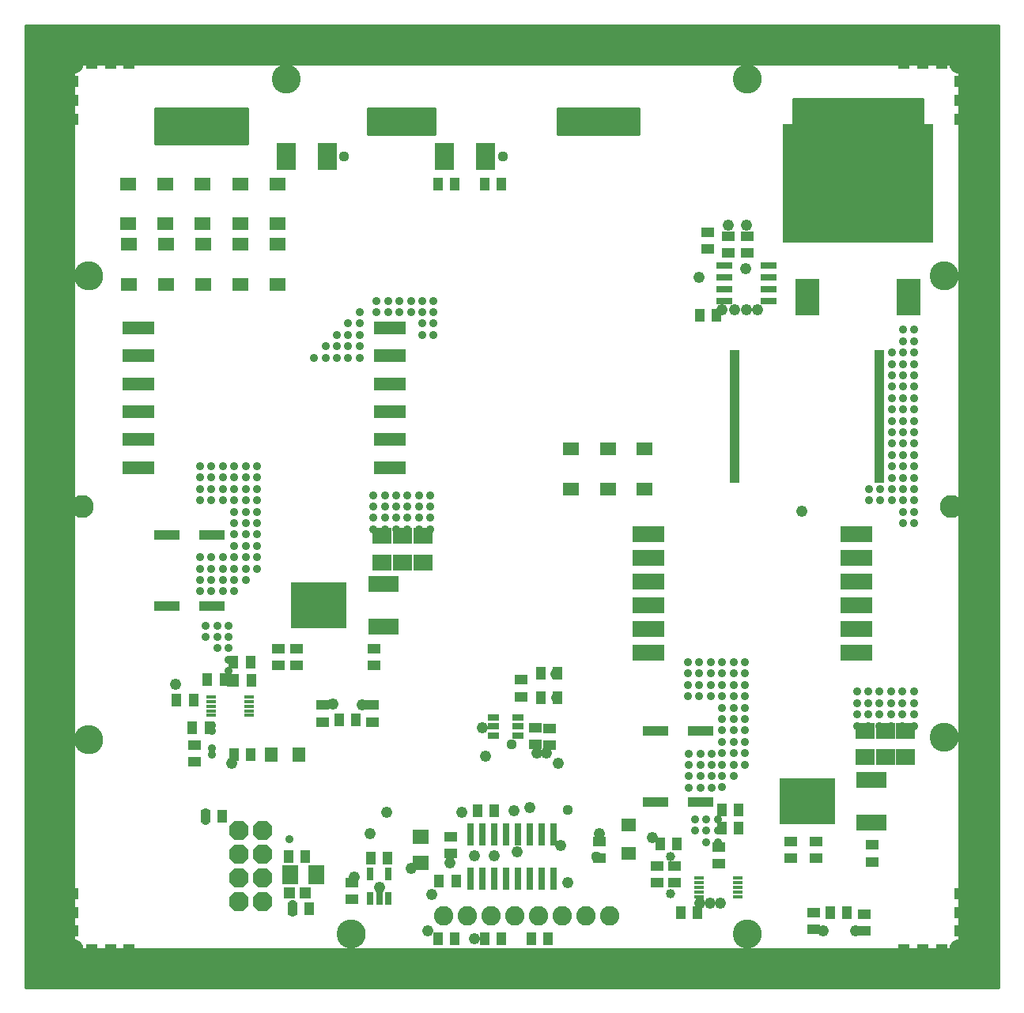
<source format=gts>
G75*
%MOIN*%
%OFA0B0*%
%FSLAX25Y25*%
%IPPOS*%
%LPD*%
%AMOC8*
5,1,8,0,0,1.08239X$1,22.5*
%
%ADD10C,0.00000*%
%ADD11C,0.12217*%
%ADD12C,0.09698*%
%ADD13C,0.01600*%
%ADD14C,0.09068*%
%ADD15R,0.03950X0.05524*%
%ADD16R,0.06587X0.05800*%
%ADD17R,0.12611X0.07099*%
%ADD18R,0.23300X0.19800*%
%ADD19R,0.05524X0.03950*%
%ADD20R,0.07887X0.07099*%
%ADD21R,0.04331X0.01575*%
%ADD22R,0.13800X0.05800*%
%ADD23R,0.05524X0.06312*%
%ADD24R,0.13800X0.06800*%
%ADD25R,0.06312X0.05524*%
%ADD26R,0.04934X0.03162*%
%ADD27R,0.06902X0.03162*%
%ADD28R,0.05131X0.04737*%
%ADD29R,0.07099X0.07887*%
%ADD30C,0.08200*%
%ADD31R,0.11036X0.03950*%
%ADD32R,0.09934X0.15800*%
%ADD33R,0.63595X0.50209*%
%ADD34R,0.04343X0.56312*%
%ADD35R,0.03008X0.09383*%
%ADD36OC8,0.08200*%
%ADD37R,0.07887X0.11430*%
%ADD38R,0.03162X0.05524*%
%ADD39R,0.07099X0.06312*%
%ADD40C,0.04762*%
%ADD41C,0.03600*%
%ADD42R,0.04762X0.04762*%
%ADD43C,0.03975*%
%ADD44C,0.04369*%
D10*
X0013611Y0013008D02*
X0052981Y0013008D01*
X0052981Y0009071D01*
X0364005Y0009071D01*
X0364005Y0013008D01*
X0403375Y0013008D01*
X0403375Y0052378D01*
X0407312Y0052378D01*
X0407312Y0363402D01*
X0403375Y0363402D01*
X0403375Y0402772D01*
X0364005Y0402772D01*
X0364005Y0406709D01*
X0052981Y0406709D01*
X0052981Y0402772D01*
X0013611Y0402772D01*
X0013611Y0363402D01*
X0009674Y0363402D01*
X0009674Y0052378D01*
X0013611Y0052378D01*
X0013611Y0013008D01*
X0017351Y0020882D02*
X0017353Y0021010D01*
X0017359Y0021138D01*
X0017369Y0021265D01*
X0017383Y0021393D01*
X0017400Y0021519D01*
X0017422Y0021645D01*
X0017448Y0021771D01*
X0017477Y0021895D01*
X0017510Y0022019D01*
X0017547Y0022141D01*
X0017588Y0022262D01*
X0017633Y0022382D01*
X0017681Y0022501D01*
X0017733Y0022618D01*
X0017789Y0022733D01*
X0017848Y0022847D01*
X0017910Y0022958D01*
X0017976Y0023068D01*
X0018045Y0023175D01*
X0018118Y0023281D01*
X0018194Y0023384D01*
X0018273Y0023484D01*
X0018355Y0023583D01*
X0018440Y0023678D01*
X0018528Y0023771D01*
X0018619Y0023861D01*
X0018712Y0023948D01*
X0018809Y0024033D01*
X0018907Y0024114D01*
X0019009Y0024192D01*
X0019112Y0024267D01*
X0019218Y0024339D01*
X0019326Y0024408D01*
X0019436Y0024473D01*
X0019549Y0024534D01*
X0019663Y0024593D01*
X0019778Y0024647D01*
X0019896Y0024698D01*
X0020014Y0024746D01*
X0020135Y0024789D01*
X0020256Y0024829D01*
X0020379Y0024865D01*
X0020503Y0024898D01*
X0020628Y0024926D01*
X0020753Y0024951D01*
X0020879Y0024971D01*
X0021006Y0024988D01*
X0021134Y0025001D01*
X0021261Y0025010D01*
X0021389Y0025015D01*
X0021517Y0025016D01*
X0021645Y0025013D01*
X0021773Y0025006D01*
X0021900Y0024995D01*
X0022027Y0024980D01*
X0022154Y0024962D01*
X0022280Y0024939D01*
X0022405Y0024912D01*
X0022529Y0024882D01*
X0022652Y0024848D01*
X0022775Y0024810D01*
X0022896Y0024768D01*
X0023015Y0024722D01*
X0023133Y0024673D01*
X0023250Y0024620D01*
X0023365Y0024564D01*
X0023478Y0024504D01*
X0023589Y0024441D01*
X0023698Y0024374D01*
X0023805Y0024304D01*
X0023910Y0024230D01*
X0024012Y0024154D01*
X0024112Y0024074D01*
X0024210Y0023991D01*
X0024305Y0023905D01*
X0024397Y0023816D01*
X0024486Y0023725D01*
X0024573Y0023631D01*
X0024656Y0023534D01*
X0024737Y0023434D01*
X0024814Y0023333D01*
X0024889Y0023228D01*
X0024960Y0023122D01*
X0025027Y0023013D01*
X0025092Y0022903D01*
X0025152Y0022790D01*
X0025210Y0022676D01*
X0025263Y0022560D01*
X0025313Y0022442D01*
X0025360Y0022323D01*
X0025403Y0022202D01*
X0025442Y0022080D01*
X0025477Y0021957D01*
X0025508Y0021833D01*
X0025536Y0021708D01*
X0025559Y0021582D01*
X0025579Y0021456D01*
X0025595Y0021329D01*
X0025607Y0021202D01*
X0025615Y0021074D01*
X0025619Y0020946D01*
X0025619Y0020818D01*
X0025615Y0020690D01*
X0025607Y0020562D01*
X0025595Y0020435D01*
X0025579Y0020308D01*
X0025559Y0020182D01*
X0025536Y0020056D01*
X0025508Y0019931D01*
X0025477Y0019807D01*
X0025442Y0019684D01*
X0025403Y0019562D01*
X0025360Y0019441D01*
X0025313Y0019322D01*
X0025263Y0019204D01*
X0025210Y0019088D01*
X0025152Y0018974D01*
X0025092Y0018861D01*
X0025027Y0018751D01*
X0024960Y0018642D01*
X0024889Y0018536D01*
X0024814Y0018431D01*
X0024737Y0018330D01*
X0024656Y0018230D01*
X0024573Y0018133D01*
X0024486Y0018039D01*
X0024397Y0017948D01*
X0024305Y0017859D01*
X0024210Y0017773D01*
X0024112Y0017690D01*
X0024012Y0017610D01*
X0023910Y0017534D01*
X0023805Y0017460D01*
X0023698Y0017390D01*
X0023589Y0017323D01*
X0023478Y0017260D01*
X0023365Y0017200D01*
X0023250Y0017144D01*
X0023133Y0017091D01*
X0023015Y0017042D01*
X0022896Y0016996D01*
X0022775Y0016954D01*
X0022652Y0016916D01*
X0022529Y0016882D01*
X0022405Y0016852D01*
X0022280Y0016825D01*
X0022154Y0016802D01*
X0022027Y0016784D01*
X0021900Y0016769D01*
X0021773Y0016758D01*
X0021645Y0016751D01*
X0021517Y0016748D01*
X0021389Y0016749D01*
X0021261Y0016754D01*
X0021134Y0016763D01*
X0021006Y0016776D01*
X0020879Y0016793D01*
X0020753Y0016813D01*
X0020628Y0016838D01*
X0020503Y0016866D01*
X0020379Y0016899D01*
X0020256Y0016935D01*
X0020135Y0016975D01*
X0020014Y0017018D01*
X0019896Y0017066D01*
X0019778Y0017117D01*
X0019663Y0017171D01*
X0019549Y0017230D01*
X0019436Y0017291D01*
X0019326Y0017356D01*
X0019218Y0017425D01*
X0019112Y0017497D01*
X0019009Y0017572D01*
X0018907Y0017650D01*
X0018809Y0017731D01*
X0018712Y0017816D01*
X0018619Y0017903D01*
X0018528Y0017993D01*
X0018440Y0018086D01*
X0018355Y0018181D01*
X0018273Y0018280D01*
X0018194Y0018380D01*
X0018118Y0018483D01*
X0018045Y0018589D01*
X0017976Y0018696D01*
X0017910Y0018806D01*
X0017848Y0018917D01*
X0017789Y0019031D01*
X0017733Y0019146D01*
X0017681Y0019263D01*
X0017633Y0019382D01*
X0017588Y0019502D01*
X0017547Y0019623D01*
X0017510Y0019745D01*
X0017477Y0019869D01*
X0017448Y0019993D01*
X0017422Y0020119D01*
X0017400Y0020245D01*
X0017383Y0020371D01*
X0017369Y0020499D01*
X0017359Y0020626D01*
X0017353Y0020754D01*
X0017351Y0020882D01*
X0022469Y0109465D02*
X0022471Y0109616D01*
X0022477Y0109766D01*
X0022487Y0109917D01*
X0022501Y0110067D01*
X0022519Y0110216D01*
X0022540Y0110366D01*
X0022566Y0110514D01*
X0022596Y0110662D01*
X0022629Y0110809D01*
X0022667Y0110955D01*
X0022708Y0111100D01*
X0022753Y0111244D01*
X0022802Y0111386D01*
X0022855Y0111527D01*
X0022911Y0111667D01*
X0022971Y0111805D01*
X0023034Y0111942D01*
X0023102Y0112077D01*
X0023172Y0112210D01*
X0023246Y0112341D01*
X0023324Y0112470D01*
X0023405Y0112597D01*
X0023489Y0112722D01*
X0023577Y0112845D01*
X0023668Y0112965D01*
X0023762Y0113083D01*
X0023859Y0113198D01*
X0023959Y0113311D01*
X0024062Y0113421D01*
X0024168Y0113528D01*
X0024277Y0113633D01*
X0024388Y0113734D01*
X0024502Y0113833D01*
X0024618Y0113928D01*
X0024738Y0114021D01*
X0024859Y0114110D01*
X0024983Y0114196D01*
X0025109Y0114279D01*
X0025237Y0114358D01*
X0025367Y0114434D01*
X0025499Y0114507D01*
X0025633Y0114575D01*
X0025769Y0114641D01*
X0025907Y0114703D01*
X0026046Y0114761D01*
X0026186Y0114815D01*
X0026328Y0114866D01*
X0026471Y0114913D01*
X0026616Y0114956D01*
X0026761Y0114995D01*
X0026908Y0115031D01*
X0027055Y0115062D01*
X0027203Y0115090D01*
X0027352Y0115114D01*
X0027501Y0115134D01*
X0027651Y0115150D01*
X0027801Y0115162D01*
X0027952Y0115170D01*
X0028103Y0115174D01*
X0028253Y0115174D01*
X0028404Y0115170D01*
X0028555Y0115162D01*
X0028705Y0115150D01*
X0028855Y0115134D01*
X0029004Y0115114D01*
X0029153Y0115090D01*
X0029301Y0115062D01*
X0029448Y0115031D01*
X0029595Y0114995D01*
X0029740Y0114956D01*
X0029885Y0114913D01*
X0030028Y0114866D01*
X0030170Y0114815D01*
X0030310Y0114761D01*
X0030449Y0114703D01*
X0030587Y0114641D01*
X0030723Y0114575D01*
X0030857Y0114507D01*
X0030989Y0114434D01*
X0031119Y0114358D01*
X0031247Y0114279D01*
X0031373Y0114196D01*
X0031497Y0114110D01*
X0031618Y0114021D01*
X0031738Y0113928D01*
X0031854Y0113833D01*
X0031968Y0113734D01*
X0032079Y0113633D01*
X0032188Y0113528D01*
X0032294Y0113421D01*
X0032397Y0113311D01*
X0032497Y0113198D01*
X0032594Y0113083D01*
X0032688Y0112965D01*
X0032779Y0112845D01*
X0032867Y0112722D01*
X0032951Y0112597D01*
X0033032Y0112470D01*
X0033110Y0112341D01*
X0033184Y0112210D01*
X0033254Y0112077D01*
X0033322Y0111942D01*
X0033385Y0111805D01*
X0033445Y0111667D01*
X0033501Y0111527D01*
X0033554Y0111386D01*
X0033603Y0111244D01*
X0033648Y0111100D01*
X0033689Y0110955D01*
X0033727Y0110809D01*
X0033760Y0110662D01*
X0033790Y0110514D01*
X0033816Y0110366D01*
X0033837Y0110216D01*
X0033855Y0110067D01*
X0033869Y0109917D01*
X0033879Y0109766D01*
X0033885Y0109616D01*
X0033887Y0109465D01*
X0033885Y0109314D01*
X0033879Y0109164D01*
X0033869Y0109013D01*
X0033855Y0108863D01*
X0033837Y0108714D01*
X0033816Y0108564D01*
X0033790Y0108416D01*
X0033760Y0108268D01*
X0033727Y0108121D01*
X0033689Y0107975D01*
X0033648Y0107830D01*
X0033603Y0107686D01*
X0033554Y0107544D01*
X0033501Y0107403D01*
X0033445Y0107263D01*
X0033385Y0107125D01*
X0033322Y0106988D01*
X0033254Y0106853D01*
X0033184Y0106720D01*
X0033110Y0106589D01*
X0033032Y0106460D01*
X0032951Y0106333D01*
X0032867Y0106208D01*
X0032779Y0106085D01*
X0032688Y0105965D01*
X0032594Y0105847D01*
X0032497Y0105732D01*
X0032397Y0105619D01*
X0032294Y0105509D01*
X0032188Y0105402D01*
X0032079Y0105297D01*
X0031968Y0105196D01*
X0031854Y0105097D01*
X0031738Y0105002D01*
X0031618Y0104909D01*
X0031497Y0104820D01*
X0031373Y0104734D01*
X0031247Y0104651D01*
X0031119Y0104572D01*
X0030989Y0104496D01*
X0030857Y0104423D01*
X0030723Y0104355D01*
X0030587Y0104289D01*
X0030449Y0104227D01*
X0030310Y0104169D01*
X0030170Y0104115D01*
X0030028Y0104064D01*
X0029885Y0104017D01*
X0029740Y0103974D01*
X0029595Y0103935D01*
X0029448Y0103899D01*
X0029301Y0103868D01*
X0029153Y0103840D01*
X0029004Y0103816D01*
X0028855Y0103796D01*
X0028705Y0103780D01*
X0028555Y0103768D01*
X0028404Y0103760D01*
X0028253Y0103756D01*
X0028103Y0103756D01*
X0027952Y0103760D01*
X0027801Y0103768D01*
X0027651Y0103780D01*
X0027501Y0103796D01*
X0027352Y0103816D01*
X0027203Y0103840D01*
X0027055Y0103868D01*
X0026908Y0103899D01*
X0026761Y0103935D01*
X0026616Y0103974D01*
X0026471Y0104017D01*
X0026328Y0104064D01*
X0026186Y0104115D01*
X0026046Y0104169D01*
X0025907Y0104227D01*
X0025769Y0104289D01*
X0025633Y0104355D01*
X0025499Y0104423D01*
X0025367Y0104496D01*
X0025237Y0104572D01*
X0025109Y0104651D01*
X0024983Y0104734D01*
X0024859Y0104820D01*
X0024738Y0104909D01*
X0024618Y0105002D01*
X0024502Y0105097D01*
X0024388Y0105196D01*
X0024277Y0105297D01*
X0024168Y0105402D01*
X0024062Y0105509D01*
X0023959Y0105619D01*
X0023859Y0105732D01*
X0023762Y0105847D01*
X0023668Y0105965D01*
X0023577Y0106085D01*
X0023489Y0106208D01*
X0023405Y0106333D01*
X0023324Y0106460D01*
X0023246Y0106589D01*
X0023172Y0106720D01*
X0023102Y0106853D01*
X0023034Y0106988D01*
X0022971Y0107125D01*
X0022911Y0107263D01*
X0022855Y0107403D01*
X0022802Y0107544D01*
X0022753Y0107686D01*
X0022708Y0107830D01*
X0022667Y0107975D01*
X0022629Y0108121D01*
X0022596Y0108268D01*
X0022566Y0108416D01*
X0022540Y0108564D01*
X0022519Y0108714D01*
X0022501Y0108863D01*
X0022487Y0109013D01*
X0022477Y0109164D01*
X0022471Y0109314D01*
X0022469Y0109465D01*
X0020973Y0207890D02*
X0020975Y0208023D01*
X0020981Y0208156D01*
X0020991Y0208289D01*
X0021005Y0208421D01*
X0021023Y0208553D01*
X0021044Y0208684D01*
X0021070Y0208815D01*
X0021100Y0208945D01*
X0021133Y0209074D01*
X0021171Y0209201D01*
X0021212Y0209328D01*
X0021257Y0209453D01*
X0021305Y0209577D01*
X0021358Y0209700D01*
X0021414Y0209820D01*
X0021473Y0209939D01*
X0021536Y0210057D01*
X0021603Y0210172D01*
X0021673Y0210285D01*
X0021746Y0210396D01*
X0021823Y0210505D01*
X0021903Y0210612D01*
X0021986Y0210716D01*
X0022072Y0210817D01*
X0022161Y0210916D01*
X0022253Y0211012D01*
X0022347Y0211106D01*
X0022445Y0211196D01*
X0022545Y0211284D01*
X0022648Y0211368D01*
X0022753Y0211450D01*
X0022861Y0211528D01*
X0022971Y0211603D01*
X0023083Y0211675D01*
X0023198Y0211743D01*
X0023314Y0211808D01*
X0023432Y0211869D01*
X0023552Y0211927D01*
X0023673Y0211981D01*
X0023797Y0212031D01*
X0023921Y0212078D01*
X0024047Y0212121D01*
X0024174Y0212160D01*
X0024303Y0212196D01*
X0024432Y0212227D01*
X0024562Y0212255D01*
X0024693Y0212279D01*
X0024825Y0212299D01*
X0024957Y0212315D01*
X0025090Y0212327D01*
X0025222Y0212335D01*
X0025355Y0212339D01*
X0025489Y0212339D01*
X0025622Y0212335D01*
X0025754Y0212327D01*
X0025887Y0212315D01*
X0026019Y0212299D01*
X0026151Y0212279D01*
X0026282Y0212255D01*
X0026412Y0212227D01*
X0026541Y0212196D01*
X0026670Y0212160D01*
X0026797Y0212121D01*
X0026923Y0212078D01*
X0027047Y0212031D01*
X0027171Y0211981D01*
X0027292Y0211927D01*
X0027412Y0211869D01*
X0027530Y0211808D01*
X0027647Y0211743D01*
X0027761Y0211675D01*
X0027873Y0211603D01*
X0027983Y0211528D01*
X0028091Y0211450D01*
X0028196Y0211368D01*
X0028299Y0211284D01*
X0028399Y0211196D01*
X0028497Y0211106D01*
X0028591Y0211012D01*
X0028683Y0210916D01*
X0028772Y0210817D01*
X0028858Y0210716D01*
X0028941Y0210612D01*
X0029021Y0210505D01*
X0029098Y0210396D01*
X0029171Y0210285D01*
X0029241Y0210172D01*
X0029308Y0210057D01*
X0029371Y0209939D01*
X0029430Y0209820D01*
X0029486Y0209700D01*
X0029539Y0209577D01*
X0029587Y0209453D01*
X0029632Y0209328D01*
X0029673Y0209201D01*
X0029711Y0209074D01*
X0029744Y0208945D01*
X0029774Y0208815D01*
X0029800Y0208684D01*
X0029821Y0208553D01*
X0029839Y0208421D01*
X0029853Y0208289D01*
X0029863Y0208156D01*
X0029869Y0208023D01*
X0029871Y0207890D01*
X0029869Y0207757D01*
X0029863Y0207624D01*
X0029853Y0207491D01*
X0029839Y0207359D01*
X0029821Y0207227D01*
X0029800Y0207096D01*
X0029774Y0206965D01*
X0029744Y0206835D01*
X0029711Y0206706D01*
X0029673Y0206579D01*
X0029632Y0206452D01*
X0029587Y0206327D01*
X0029539Y0206203D01*
X0029486Y0206080D01*
X0029430Y0205960D01*
X0029371Y0205841D01*
X0029308Y0205723D01*
X0029241Y0205608D01*
X0029171Y0205495D01*
X0029098Y0205384D01*
X0029021Y0205275D01*
X0028941Y0205168D01*
X0028858Y0205064D01*
X0028772Y0204963D01*
X0028683Y0204864D01*
X0028591Y0204768D01*
X0028497Y0204674D01*
X0028399Y0204584D01*
X0028299Y0204496D01*
X0028196Y0204412D01*
X0028091Y0204330D01*
X0027983Y0204252D01*
X0027873Y0204177D01*
X0027761Y0204105D01*
X0027646Y0204037D01*
X0027530Y0203972D01*
X0027412Y0203911D01*
X0027292Y0203853D01*
X0027171Y0203799D01*
X0027047Y0203749D01*
X0026923Y0203702D01*
X0026797Y0203659D01*
X0026670Y0203620D01*
X0026541Y0203584D01*
X0026412Y0203553D01*
X0026282Y0203525D01*
X0026151Y0203501D01*
X0026019Y0203481D01*
X0025887Y0203465D01*
X0025754Y0203453D01*
X0025622Y0203445D01*
X0025489Y0203441D01*
X0025355Y0203441D01*
X0025222Y0203445D01*
X0025090Y0203453D01*
X0024957Y0203465D01*
X0024825Y0203481D01*
X0024693Y0203501D01*
X0024562Y0203525D01*
X0024432Y0203553D01*
X0024303Y0203584D01*
X0024174Y0203620D01*
X0024047Y0203659D01*
X0023921Y0203702D01*
X0023797Y0203749D01*
X0023673Y0203799D01*
X0023552Y0203853D01*
X0023432Y0203911D01*
X0023314Y0203972D01*
X0023197Y0204037D01*
X0023083Y0204105D01*
X0022971Y0204177D01*
X0022861Y0204252D01*
X0022753Y0204330D01*
X0022648Y0204412D01*
X0022545Y0204496D01*
X0022445Y0204584D01*
X0022347Y0204674D01*
X0022253Y0204768D01*
X0022161Y0204864D01*
X0022072Y0204963D01*
X0021986Y0205064D01*
X0021903Y0205168D01*
X0021823Y0205275D01*
X0021746Y0205384D01*
X0021673Y0205495D01*
X0021603Y0205608D01*
X0021536Y0205723D01*
X0021473Y0205841D01*
X0021414Y0205960D01*
X0021358Y0206080D01*
X0021305Y0206203D01*
X0021257Y0206327D01*
X0021212Y0206452D01*
X0021171Y0206579D01*
X0021133Y0206706D01*
X0021100Y0206835D01*
X0021070Y0206965D01*
X0021044Y0207096D01*
X0021023Y0207227D01*
X0021005Y0207359D01*
X0020991Y0207491D01*
X0020981Y0207624D01*
X0020975Y0207757D01*
X0020973Y0207890D01*
X0022469Y0305134D02*
X0022471Y0305285D01*
X0022477Y0305435D01*
X0022487Y0305586D01*
X0022501Y0305736D01*
X0022519Y0305885D01*
X0022540Y0306035D01*
X0022566Y0306183D01*
X0022596Y0306331D01*
X0022629Y0306478D01*
X0022667Y0306624D01*
X0022708Y0306769D01*
X0022753Y0306913D01*
X0022802Y0307055D01*
X0022855Y0307196D01*
X0022911Y0307336D01*
X0022971Y0307474D01*
X0023034Y0307611D01*
X0023102Y0307746D01*
X0023172Y0307879D01*
X0023246Y0308010D01*
X0023324Y0308139D01*
X0023405Y0308266D01*
X0023489Y0308391D01*
X0023577Y0308514D01*
X0023668Y0308634D01*
X0023762Y0308752D01*
X0023859Y0308867D01*
X0023959Y0308980D01*
X0024062Y0309090D01*
X0024168Y0309197D01*
X0024277Y0309302D01*
X0024388Y0309403D01*
X0024502Y0309502D01*
X0024618Y0309597D01*
X0024738Y0309690D01*
X0024859Y0309779D01*
X0024983Y0309865D01*
X0025109Y0309948D01*
X0025237Y0310027D01*
X0025367Y0310103D01*
X0025499Y0310176D01*
X0025633Y0310244D01*
X0025769Y0310310D01*
X0025907Y0310372D01*
X0026046Y0310430D01*
X0026186Y0310484D01*
X0026328Y0310535D01*
X0026471Y0310582D01*
X0026616Y0310625D01*
X0026761Y0310664D01*
X0026908Y0310700D01*
X0027055Y0310731D01*
X0027203Y0310759D01*
X0027352Y0310783D01*
X0027501Y0310803D01*
X0027651Y0310819D01*
X0027801Y0310831D01*
X0027952Y0310839D01*
X0028103Y0310843D01*
X0028253Y0310843D01*
X0028404Y0310839D01*
X0028555Y0310831D01*
X0028705Y0310819D01*
X0028855Y0310803D01*
X0029004Y0310783D01*
X0029153Y0310759D01*
X0029301Y0310731D01*
X0029448Y0310700D01*
X0029595Y0310664D01*
X0029740Y0310625D01*
X0029885Y0310582D01*
X0030028Y0310535D01*
X0030170Y0310484D01*
X0030310Y0310430D01*
X0030449Y0310372D01*
X0030587Y0310310D01*
X0030723Y0310244D01*
X0030857Y0310176D01*
X0030989Y0310103D01*
X0031119Y0310027D01*
X0031247Y0309948D01*
X0031373Y0309865D01*
X0031497Y0309779D01*
X0031618Y0309690D01*
X0031738Y0309597D01*
X0031854Y0309502D01*
X0031968Y0309403D01*
X0032079Y0309302D01*
X0032188Y0309197D01*
X0032294Y0309090D01*
X0032397Y0308980D01*
X0032497Y0308867D01*
X0032594Y0308752D01*
X0032688Y0308634D01*
X0032779Y0308514D01*
X0032867Y0308391D01*
X0032951Y0308266D01*
X0033032Y0308139D01*
X0033110Y0308010D01*
X0033184Y0307879D01*
X0033254Y0307746D01*
X0033322Y0307611D01*
X0033385Y0307474D01*
X0033445Y0307336D01*
X0033501Y0307196D01*
X0033554Y0307055D01*
X0033603Y0306913D01*
X0033648Y0306769D01*
X0033689Y0306624D01*
X0033727Y0306478D01*
X0033760Y0306331D01*
X0033790Y0306183D01*
X0033816Y0306035D01*
X0033837Y0305885D01*
X0033855Y0305736D01*
X0033869Y0305586D01*
X0033879Y0305435D01*
X0033885Y0305285D01*
X0033887Y0305134D01*
X0033885Y0304983D01*
X0033879Y0304833D01*
X0033869Y0304682D01*
X0033855Y0304532D01*
X0033837Y0304383D01*
X0033816Y0304233D01*
X0033790Y0304085D01*
X0033760Y0303937D01*
X0033727Y0303790D01*
X0033689Y0303644D01*
X0033648Y0303499D01*
X0033603Y0303355D01*
X0033554Y0303213D01*
X0033501Y0303072D01*
X0033445Y0302932D01*
X0033385Y0302794D01*
X0033322Y0302657D01*
X0033254Y0302522D01*
X0033184Y0302389D01*
X0033110Y0302258D01*
X0033032Y0302129D01*
X0032951Y0302002D01*
X0032867Y0301877D01*
X0032779Y0301754D01*
X0032688Y0301634D01*
X0032594Y0301516D01*
X0032497Y0301401D01*
X0032397Y0301288D01*
X0032294Y0301178D01*
X0032188Y0301071D01*
X0032079Y0300966D01*
X0031968Y0300865D01*
X0031854Y0300766D01*
X0031738Y0300671D01*
X0031618Y0300578D01*
X0031497Y0300489D01*
X0031373Y0300403D01*
X0031247Y0300320D01*
X0031119Y0300241D01*
X0030989Y0300165D01*
X0030857Y0300092D01*
X0030723Y0300024D01*
X0030587Y0299958D01*
X0030449Y0299896D01*
X0030310Y0299838D01*
X0030170Y0299784D01*
X0030028Y0299733D01*
X0029885Y0299686D01*
X0029740Y0299643D01*
X0029595Y0299604D01*
X0029448Y0299568D01*
X0029301Y0299537D01*
X0029153Y0299509D01*
X0029004Y0299485D01*
X0028855Y0299465D01*
X0028705Y0299449D01*
X0028555Y0299437D01*
X0028404Y0299429D01*
X0028253Y0299425D01*
X0028103Y0299425D01*
X0027952Y0299429D01*
X0027801Y0299437D01*
X0027651Y0299449D01*
X0027501Y0299465D01*
X0027352Y0299485D01*
X0027203Y0299509D01*
X0027055Y0299537D01*
X0026908Y0299568D01*
X0026761Y0299604D01*
X0026616Y0299643D01*
X0026471Y0299686D01*
X0026328Y0299733D01*
X0026186Y0299784D01*
X0026046Y0299838D01*
X0025907Y0299896D01*
X0025769Y0299958D01*
X0025633Y0300024D01*
X0025499Y0300092D01*
X0025367Y0300165D01*
X0025237Y0300241D01*
X0025109Y0300320D01*
X0024983Y0300403D01*
X0024859Y0300489D01*
X0024738Y0300578D01*
X0024618Y0300671D01*
X0024502Y0300766D01*
X0024388Y0300865D01*
X0024277Y0300966D01*
X0024168Y0301071D01*
X0024062Y0301178D01*
X0023959Y0301288D01*
X0023859Y0301401D01*
X0023762Y0301516D01*
X0023668Y0301634D01*
X0023577Y0301754D01*
X0023489Y0301877D01*
X0023405Y0302002D01*
X0023324Y0302129D01*
X0023246Y0302258D01*
X0023172Y0302389D01*
X0023102Y0302522D01*
X0023034Y0302657D01*
X0022971Y0302794D01*
X0022911Y0302932D01*
X0022855Y0303072D01*
X0022802Y0303213D01*
X0022753Y0303355D01*
X0022708Y0303499D01*
X0022667Y0303644D01*
X0022629Y0303790D01*
X0022596Y0303937D01*
X0022566Y0304085D01*
X0022540Y0304233D01*
X0022519Y0304383D01*
X0022501Y0304532D01*
X0022487Y0304682D01*
X0022477Y0304833D01*
X0022471Y0304983D01*
X0022469Y0305134D01*
X0105540Y0388205D02*
X0105542Y0388356D01*
X0105548Y0388506D01*
X0105558Y0388657D01*
X0105572Y0388807D01*
X0105590Y0388956D01*
X0105611Y0389106D01*
X0105637Y0389254D01*
X0105667Y0389402D01*
X0105700Y0389549D01*
X0105738Y0389695D01*
X0105779Y0389840D01*
X0105824Y0389984D01*
X0105873Y0390126D01*
X0105926Y0390267D01*
X0105982Y0390407D01*
X0106042Y0390545D01*
X0106105Y0390682D01*
X0106173Y0390817D01*
X0106243Y0390950D01*
X0106317Y0391081D01*
X0106395Y0391210D01*
X0106476Y0391337D01*
X0106560Y0391462D01*
X0106648Y0391585D01*
X0106739Y0391705D01*
X0106833Y0391823D01*
X0106930Y0391938D01*
X0107030Y0392051D01*
X0107133Y0392161D01*
X0107239Y0392268D01*
X0107348Y0392373D01*
X0107459Y0392474D01*
X0107573Y0392573D01*
X0107689Y0392668D01*
X0107809Y0392761D01*
X0107930Y0392850D01*
X0108054Y0392936D01*
X0108180Y0393019D01*
X0108308Y0393098D01*
X0108438Y0393174D01*
X0108570Y0393247D01*
X0108704Y0393315D01*
X0108840Y0393381D01*
X0108978Y0393443D01*
X0109117Y0393501D01*
X0109257Y0393555D01*
X0109399Y0393606D01*
X0109542Y0393653D01*
X0109687Y0393696D01*
X0109832Y0393735D01*
X0109979Y0393771D01*
X0110126Y0393802D01*
X0110274Y0393830D01*
X0110423Y0393854D01*
X0110572Y0393874D01*
X0110722Y0393890D01*
X0110872Y0393902D01*
X0111023Y0393910D01*
X0111174Y0393914D01*
X0111324Y0393914D01*
X0111475Y0393910D01*
X0111626Y0393902D01*
X0111776Y0393890D01*
X0111926Y0393874D01*
X0112075Y0393854D01*
X0112224Y0393830D01*
X0112372Y0393802D01*
X0112519Y0393771D01*
X0112666Y0393735D01*
X0112811Y0393696D01*
X0112956Y0393653D01*
X0113099Y0393606D01*
X0113241Y0393555D01*
X0113381Y0393501D01*
X0113520Y0393443D01*
X0113658Y0393381D01*
X0113794Y0393315D01*
X0113928Y0393247D01*
X0114060Y0393174D01*
X0114190Y0393098D01*
X0114318Y0393019D01*
X0114444Y0392936D01*
X0114568Y0392850D01*
X0114689Y0392761D01*
X0114809Y0392668D01*
X0114925Y0392573D01*
X0115039Y0392474D01*
X0115150Y0392373D01*
X0115259Y0392268D01*
X0115365Y0392161D01*
X0115468Y0392051D01*
X0115568Y0391938D01*
X0115665Y0391823D01*
X0115759Y0391705D01*
X0115850Y0391585D01*
X0115938Y0391462D01*
X0116022Y0391337D01*
X0116103Y0391210D01*
X0116181Y0391081D01*
X0116255Y0390950D01*
X0116325Y0390817D01*
X0116393Y0390682D01*
X0116456Y0390545D01*
X0116516Y0390407D01*
X0116572Y0390267D01*
X0116625Y0390126D01*
X0116674Y0389984D01*
X0116719Y0389840D01*
X0116760Y0389695D01*
X0116798Y0389549D01*
X0116831Y0389402D01*
X0116861Y0389254D01*
X0116887Y0389106D01*
X0116908Y0388956D01*
X0116926Y0388807D01*
X0116940Y0388657D01*
X0116950Y0388506D01*
X0116956Y0388356D01*
X0116958Y0388205D01*
X0116956Y0388054D01*
X0116950Y0387904D01*
X0116940Y0387753D01*
X0116926Y0387603D01*
X0116908Y0387454D01*
X0116887Y0387304D01*
X0116861Y0387156D01*
X0116831Y0387008D01*
X0116798Y0386861D01*
X0116760Y0386715D01*
X0116719Y0386570D01*
X0116674Y0386426D01*
X0116625Y0386284D01*
X0116572Y0386143D01*
X0116516Y0386003D01*
X0116456Y0385865D01*
X0116393Y0385728D01*
X0116325Y0385593D01*
X0116255Y0385460D01*
X0116181Y0385329D01*
X0116103Y0385200D01*
X0116022Y0385073D01*
X0115938Y0384948D01*
X0115850Y0384825D01*
X0115759Y0384705D01*
X0115665Y0384587D01*
X0115568Y0384472D01*
X0115468Y0384359D01*
X0115365Y0384249D01*
X0115259Y0384142D01*
X0115150Y0384037D01*
X0115039Y0383936D01*
X0114925Y0383837D01*
X0114809Y0383742D01*
X0114689Y0383649D01*
X0114568Y0383560D01*
X0114444Y0383474D01*
X0114318Y0383391D01*
X0114190Y0383312D01*
X0114060Y0383236D01*
X0113928Y0383163D01*
X0113794Y0383095D01*
X0113658Y0383029D01*
X0113520Y0382967D01*
X0113381Y0382909D01*
X0113241Y0382855D01*
X0113099Y0382804D01*
X0112956Y0382757D01*
X0112811Y0382714D01*
X0112666Y0382675D01*
X0112519Y0382639D01*
X0112372Y0382608D01*
X0112224Y0382580D01*
X0112075Y0382556D01*
X0111926Y0382536D01*
X0111776Y0382520D01*
X0111626Y0382508D01*
X0111475Y0382500D01*
X0111324Y0382496D01*
X0111174Y0382496D01*
X0111023Y0382500D01*
X0110872Y0382508D01*
X0110722Y0382520D01*
X0110572Y0382536D01*
X0110423Y0382556D01*
X0110274Y0382580D01*
X0110126Y0382608D01*
X0109979Y0382639D01*
X0109832Y0382675D01*
X0109687Y0382714D01*
X0109542Y0382757D01*
X0109399Y0382804D01*
X0109257Y0382855D01*
X0109117Y0382909D01*
X0108978Y0382967D01*
X0108840Y0383029D01*
X0108704Y0383095D01*
X0108570Y0383163D01*
X0108438Y0383236D01*
X0108308Y0383312D01*
X0108180Y0383391D01*
X0108054Y0383474D01*
X0107930Y0383560D01*
X0107809Y0383649D01*
X0107689Y0383742D01*
X0107573Y0383837D01*
X0107459Y0383936D01*
X0107348Y0384037D01*
X0107239Y0384142D01*
X0107133Y0384249D01*
X0107030Y0384359D01*
X0106930Y0384472D01*
X0106833Y0384587D01*
X0106739Y0384705D01*
X0106648Y0384825D01*
X0106560Y0384948D01*
X0106476Y0385073D01*
X0106395Y0385200D01*
X0106317Y0385329D01*
X0106243Y0385460D01*
X0106173Y0385593D01*
X0106105Y0385728D01*
X0106042Y0385865D01*
X0105982Y0386003D01*
X0105926Y0386143D01*
X0105873Y0386284D01*
X0105824Y0386426D01*
X0105779Y0386570D01*
X0105738Y0386715D01*
X0105700Y0386861D01*
X0105667Y0387008D01*
X0105637Y0387156D01*
X0105611Y0387304D01*
X0105590Y0387454D01*
X0105572Y0387603D01*
X0105558Y0387753D01*
X0105548Y0387904D01*
X0105542Y0388054D01*
X0105540Y0388205D01*
X0017351Y0394898D02*
X0017353Y0395026D01*
X0017359Y0395154D01*
X0017369Y0395281D01*
X0017383Y0395409D01*
X0017400Y0395535D01*
X0017422Y0395661D01*
X0017448Y0395787D01*
X0017477Y0395911D01*
X0017510Y0396035D01*
X0017547Y0396157D01*
X0017588Y0396278D01*
X0017633Y0396398D01*
X0017681Y0396517D01*
X0017733Y0396634D01*
X0017789Y0396749D01*
X0017848Y0396863D01*
X0017910Y0396974D01*
X0017976Y0397084D01*
X0018045Y0397191D01*
X0018118Y0397297D01*
X0018194Y0397400D01*
X0018273Y0397500D01*
X0018355Y0397599D01*
X0018440Y0397694D01*
X0018528Y0397787D01*
X0018619Y0397877D01*
X0018712Y0397964D01*
X0018809Y0398049D01*
X0018907Y0398130D01*
X0019009Y0398208D01*
X0019112Y0398283D01*
X0019218Y0398355D01*
X0019326Y0398424D01*
X0019436Y0398489D01*
X0019549Y0398550D01*
X0019663Y0398609D01*
X0019778Y0398663D01*
X0019896Y0398714D01*
X0020014Y0398762D01*
X0020135Y0398805D01*
X0020256Y0398845D01*
X0020379Y0398881D01*
X0020503Y0398914D01*
X0020628Y0398942D01*
X0020753Y0398967D01*
X0020879Y0398987D01*
X0021006Y0399004D01*
X0021134Y0399017D01*
X0021261Y0399026D01*
X0021389Y0399031D01*
X0021517Y0399032D01*
X0021645Y0399029D01*
X0021773Y0399022D01*
X0021900Y0399011D01*
X0022027Y0398996D01*
X0022154Y0398978D01*
X0022280Y0398955D01*
X0022405Y0398928D01*
X0022529Y0398898D01*
X0022652Y0398864D01*
X0022775Y0398826D01*
X0022896Y0398784D01*
X0023015Y0398738D01*
X0023133Y0398689D01*
X0023250Y0398636D01*
X0023365Y0398580D01*
X0023478Y0398520D01*
X0023589Y0398457D01*
X0023698Y0398390D01*
X0023805Y0398320D01*
X0023910Y0398246D01*
X0024012Y0398170D01*
X0024112Y0398090D01*
X0024210Y0398007D01*
X0024305Y0397921D01*
X0024397Y0397832D01*
X0024486Y0397741D01*
X0024573Y0397647D01*
X0024656Y0397550D01*
X0024737Y0397450D01*
X0024814Y0397349D01*
X0024889Y0397244D01*
X0024960Y0397138D01*
X0025027Y0397029D01*
X0025092Y0396919D01*
X0025152Y0396806D01*
X0025210Y0396692D01*
X0025263Y0396576D01*
X0025313Y0396458D01*
X0025360Y0396339D01*
X0025403Y0396218D01*
X0025442Y0396096D01*
X0025477Y0395973D01*
X0025508Y0395849D01*
X0025536Y0395724D01*
X0025559Y0395598D01*
X0025579Y0395472D01*
X0025595Y0395345D01*
X0025607Y0395218D01*
X0025615Y0395090D01*
X0025619Y0394962D01*
X0025619Y0394834D01*
X0025615Y0394706D01*
X0025607Y0394578D01*
X0025595Y0394451D01*
X0025579Y0394324D01*
X0025559Y0394198D01*
X0025536Y0394072D01*
X0025508Y0393947D01*
X0025477Y0393823D01*
X0025442Y0393700D01*
X0025403Y0393578D01*
X0025360Y0393457D01*
X0025313Y0393338D01*
X0025263Y0393220D01*
X0025210Y0393104D01*
X0025152Y0392990D01*
X0025092Y0392877D01*
X0025027Y0392767D01*
X0024960Y0392658D01*
X0024889Y0392552D01*
X0024814Y0392447D01*
X0024737Y0392346D01*
X0024656Y0392246D01*
X0024573Y0392149D01*
X0024486Y0392055D01*
X0024397Y0391964D01*
X0024305Y0391875D01*
X0024210Y0391789D01*
X0024112Y0391706D01*
X0024012Y0391626D01*
X0023910Y0391550D01*
X0023805Y0391476D01*
X0023698Y0391406D01*
X0023589Y0391339D01*
X0023478Y0391276D01*
X0023365Y0391216D01*
X0023250Y0391160D01*
X0023133Y0391107D01*
X0023015Y0391058D01*
X0022896Y0391012D01*
X0022775Y0390970D01*
X0022652Y0390932D01*
X0022529Y0390898D01*
X0022405Y0390868D01*
X0022280Y0390841D01*
X0022154Y0390818D01*
X0022027Y0390800D01*
X0021900Y0390785D01*
X0021773Y0390774D01*
X0021645Y0390767D01*
X0021517Y0390764D01*
X0021389Y0390765D01*
X0021261Y0390770D01*
X0021134Y0390779D01*
X0021006Y0390792D01*
X0020879Y0390809D01*
X0020753Y0390829D01*
X0020628Y0390854D01*
X0020503Y0390882D01*
X0020379Y0390915D01*
X0020256Y0390951D01*
X0020135Y0390991D01*
X0020014Y0391034D01*
X0019896Y0391082D01*
X0019778Y0391133D01*
X0019663Y0391187D01*
X0019549Y0391246D01*
X0019436Y0391307D01*
X0019326Y0391372D01*
X0019218Y0391441D01*
X0019112Y0391513D01*
X0019009Y0391588D01*
X0018907Y0391666D01*
X0018809Y0391747D01*
X0018712Y0391832D01*
X0018619Y0391919D01*
X0018528Y0392009D01*
X0018440Y0392102D01*
X0018355Y0392197D01*
X0018273Y0392296D01*
X0018194Y0392396D01*
X0018118Y0392499D01*
X0018045Y0392605D01*
X0017976Y0392712D01*
X0017910Y0392822D01*
X0017848Y0392933D01*
X0017789Y0393047D01*
X0017733Y0393162D01*
X0017681Y0393279D01*
X0017633Y0393398D01*
X0017588Y0393518D01*
X0017547Y0393639D01*
X0017510Y0393761D01*
X0017477Y0393885D01*
X0017448Y0394009D01*
X0017422Y0394135D01*
X0017400Y0394261D01*
X0017383Y0394387D01*
X0017369Y0394515D01*
X0017359Y0394642D01*
X0017353Y0394770D01*
X0017351Y0394898D01*
X0300028Y0388205D02*
X0300030Y0388356D01*
X0300036Y0388506D01*
X0300046Y0388657D01*
X0300060Y0388807D01*
X0300078Y0388956D01*
X0300099Y0389106D01*
X0300125Y0389254D01*
X0300155Y0389402D01*
X0300188Y0389549D01*
X0300226Y0389695D01*
X0300267Y0389840D01*
X0300312Y0389984D01*
X0300361Y0390126D01*
X0300414Y0390267D01*
X0300470Y0390407D01*
X0300530Y0390545D01*
X0300593Y0390682D01*
X0300661Y0390817D01*
X0300731Y0390950D01*
X0300805Y0391081D01*
X0300883Y0391210D01*
X0300964Y0391337D01*
X0301048Y0391462D01*
X0301136Y0391585D01*
X0301227Y0391705D01*
X0301321Y0391823D01*
X0301418Y0391938D01*
X0301518Y0392051D01*
X0301621Y0392161D01*
X0301727Y0392268D01*
X0301836Y0392373D01*
X0301947Y0392474D01*
X0302061Y0392573D01*
X0302177Y0392668D01*
X0302297Y0392761D01*
X0302418Y0392850D01*
X0302542Y0392936D01*
X0302668Y0393019D01*
X0302796Y0393098D01*
X0302926Y0393174D01*
X0303058Y0393247D01*
X0303192Y0393315D01*
X0303328Y0393381D01*
X0303466Y0393443D01*
X0303605Y0393501D01*
X0303745Y0393555D01*
X0303887Y0393606D01*
X0304030Y0393653D01*
X0304175Y0393696D01*
X0304320Y0393735D01*
X0304467Y0393771D01*
X0304614Y0393802D01*
X0304762Y0393830D01*
X0304911Y0393854D01*
X0305060Y0393874D01*
X0305210Y0393890D01*
X0305360Y0393902D01*
X0305511Y0393910D01*
X0305662Y0393914D01*
X0305812Y0393914D01*
X0305963Y0393910D01*
X0306114Y0393902D01*
X0306264Y0393890D01*
X0306414Y0393874D01*
X0306563Y0393854D01*
X0306712Y0393830D01*
X0306860Y0393802D01*
X0307007Y0393771D01*
X0307154Y0393735D01*
X0307299Y0393696D01*
X0307444Y0393653D01*
X0307587Y0393606D01*
X0307729Y0393555D01*
X0307869Y0393501D01*
X0308008Y0393443D01*
X0308146Y0393381D01*
X0308282Y0393315D01*
X0308416Y0393247D01*
X0308548Y0393174D01*
X0308678Y0393098D01*
X0308806Y0393019D01*
X0308932Y0392936D01*
X0309056Y0392850D01*
X0309177Y0392761D01*
X0309297Y0392668D01*
X0309413Y0392573D01*
X0309527Y0392474D01*
X0309638Y0392373D01*
X0309747Y0392268D01*
X0309853Y0392161D01*
X0309956Y0392051D01*
X0310056Y0391938D01*
X0310153Y0391823D01*
X0310247Y0391705D01*
X0310338Y0391585D01*
X0310426Y0391462D01*
X0310510Y0391337D01*
X0310591Y0391210D01*
X0310669Y0391081D01*
X0310743Y0390950D01*
X0310813Y0390817D01*
X0310881Y0390682D01*
X0310944Y0390545D01*
X0311004Y0390407D01*
X0311060Y0390267D01*
X0311113Y0390126D01*
X0311162Y0389984D01*
X0311207Y0389840D01*
X0311248Y0389695D01*
X0311286Y0389549D01*
X0311319Y0389402D01*
X0311349Y0389254D01*
X0311375Y0389106D01*
X0311396Y0388956D01*
X0311414Y0388807D01*
X0311428Y0388657D01*
X0311438Y0388506D01*
X0311444Y0388356D01*
X0311446Y0388205D01*
X0311444Y0388054D01*
X0311438Y0387904D01*
X0311428Y0387753D01*
X0311414Y0387603D01*
X0311396Y0387454D01*
X0311375Y0387304D01*
X0311349Y0387156D01*
X0311319Y0387008D01*
X0311286Y0386861D01*
X0311248Y0386715D01*
X0311207Y0386570D01*
X0311162Y0386426D01*
X0311113Y0386284D01*
X0311060Y0386143D01*
X0311004Y0386003D01*
X0310944Y0385865D01*
X0310881Y0385728D01*
X0310813Y0385593D01*
X0310743Y0385460D01*
X0310669Y0385329D01*
X0310591Y0385200D01*
X0310510Y0385073D01*
X0310426Y0384948D01*
X0310338Y0384825D01*
X0310247Y0384705D01*
X0310153Y0384587D01*
X0310056Y0384472D01*
X0309956Y0384359D01*
X0309853Y0384249D01*
X0309747Y0384142D01*
X0309638Y0384037D01*
X0309527Y0383936D01*
X0309413Y0383837D01*
X0309297Y0383742D01*
X0309177Y0383649D01*
X0309056Y0383560D01*
X0308932Y0383474D01*
X0308806Y0383391D01*
X0308678Y0383312D01*
X0308548Y0383236D01*
X0308416Y0383163D01*
X0308282Y0383095D01*
X0308146Y0383029D01*
X0308008Y0382967D01*
X0307869Y0382909D01*
X0307729Y0382855D01*
X0307587Y0382804D01*
X0307444Y0382757D01*
X0307299Y0382714D01*
X0307154Y0382675D01*
X0307007Y0382639D01*
X0306860Y0382608D01*
X0306712Y0382580D01*
X0306563Y0382556D01*
X0306414Y0382536D01*
X0306264Y0382520D01*
X0306114Y0382508D01*
X0305963Y0382500D01*
X0305812Y0382496D01*
X0305662Y0382496D01*
X0305511Y0382500D01*
X0305360Y0382508D01*
X0305210Y0382520D01*
X0305060Y0382536D01*
X0304911Y0382556D01*
X0304762Y0382580D01*
X0304614Y0382608D01*
X0304467Y0382639D01*
X0304320Y0382675D01*
X0304175Y0382714D01*
X0304030Y0382757D01*
X0303887Y0382804D01*
X0303745Y0382855D01*
X0303605Y0382909D01*
X0303466Y0382967D01*
X0303328Y0383029D01*
X0303192Y0383095D01*
X0303058Y0383163D01*
X0302926Y0383236D01*
X0302796Y0383312D01*
X0302668Y0383391D01*
X0302542Y0383474D01*
X0302418Y0383560D01*
X0302297Y0383649D01*
X0302177Y0383742D01*
X0302061Y0383837D01*
X0301947Y0383936D01*
X0301836Y0384037D01*
X0301727Y0384142D01*
X0301621Y0384249D01*
X0301518Y0384359D01*
X0301418Y0384472D01*
X0301321Y0384587D01*
X0301227Y0384705D01*
X0301136Y0384825D01*
X0301048Y0384948D01*
X0300964Y0385073D01*
X0300883Y0385200D01*
X0300805Y0385329D01*
X0300731Y0385460D01*
X0300661Y0385593D01*
X0300593Y0385728D01*
X0300530Y0385865D01*
X0300470Y0386003D01*
X0300414Y0386143D01*
X0300361Y0386284D01*
X0300312Y0386426D01*
X0300267Y0386570D01*
X0300226Y0386715D01*
X0300188Y0386861D01*
X0300155Y0387008D01*
X0300125Y0387156D01*
X0300099Y0387304D01*
X0300078Y0387454D01*
X0300060Y0387603D01*
X0300046Y0387753D01*
X0300036Y0387904D01*
X0300030Y0388054D01*
X0300028Y0388205D01*
X0383099Y0305134D02*
X0383101Y0305285D01*
X0383107Y0305435D01*
X0383117Y0305586D01*
X0383131Y0305736D01*
X0383149Y0305885D01*
X0383170Y0306035D01*
X0383196Y0306183D01*
X0383226Y0306331D01*
X0383259Y0306478D01*
X0383297Y0306624D01*
X0383338Y0306769D01*
X0383383Y0306913D01*
X0383432Y0307055D01*
X0383485Y0307196D01*
X0383541Y0307336D01*
X0383601Y0307474D01*
X0383664Y0307611D01*
X0383732Y0307746D01*
X0383802Y0307879D01*
X0383876Y0308010D01*
X0383954Y0308139D01*
X0384035Y0308266D01*
X0384119Y0308391D01*
X0384207Y0308514D01*
X0384298Y0308634D01*
X0384392Y0308752D01*
X0384489Y0308867D01*
X0384589Y0308980D01*
X0384692Y0309090D01*
X0384798Y0309197D01*
X0384907Y0309302D01*
X0385018Y0309403D01*
X0385132Y0309502D01*
X0385248Y0309597D01*
X0385368Y0309690D01*
X0385489Y0309779D01*
X0385613Y0309865D01*
X0385739Y0309948D01*
X0385867Y0310027D01*
X0385997Y0310103D01*
X0386129Y0310176D01*
X0386263Y0310244D01*
X0386399Y0310310D01*
X0386537Y0310372D01*
X0386676Y0310430D01*
X0386816Y0310484D01*
X0386958Y0310535D01*
X0387101Y0310582D01*
X0387246Y0310625D01*
X0387391Y0310664D01*
X0387538Y0310700D01*
X0387685Y0310731D01*
X0387833Y0310759D01*
X0387982Y0310783D01*
X0388131Y0310803D01*
X0388281Y0310819D01*
X0388431Y0310831D01*
X0388582Y0310839D01*
X0388733Y0310843D01*
X0388883Y0310843D01*
X0389034Y0310839D01*
X0389185Y0310831D01*
X0389335Y0310819D01*
X0389485Y0310803D01*
X0389634Y0310783D01*
X0389783Y0310759D01*
X0389931Y0310731D01*
X0390078Y0310700D01*
X0390225Y0310664D01*
X0390370Y0310625D01*
X0390515Y0310582D01*
X0390658Y0310535D01*
X0390800Y0310484D01*
X0390940Y0310430D01*
X0391079Y0310372D01*
X0391217Y0310310D01*
X0391353Y0310244D01*
X0391487Y0310176D01*
X0391619Y0310103D01*
X0391749Y0310027D01*
X0391877Y0309948D01*
X0392003Y0309865D01*
X0392127Y0309779D01*
X0392248Y0309690D01*
X0392368Y0309597D01*
X0392484Y0309502D01*
X0392598Y0309403D01*
X0392709Y0309302D01*
X0392818Y0309197D01*
X0392924Y0309090D01*
X0393027Y0308980D01*
X0393127Y0308867D01*
X0393224Y0308752D01*
X0393318Y0308634D01*
X0393409Y0308514D01*
X0393497Y0308391D01*
X0393581Y0308266D01*
X0393662Y0308139D01*
X0393740Y0308010D01*
X0393814Y0307879D01*
X0393884Y0307746D01*
X0393952Y0307611D01*
X0394015Y0307474D01*
X0394075Y0307336D01*
X0394131Y0307196D01*
X0394184Y0307055D01*
X0394233Y0306913D01*
X0394278Y0306769D01*
X0394319Y0306624D01*
X0394357Y0306478D01*
X0394390Y0306331D01*
X0394420Y0306183D01*
X0394446Y0306035D01*
X0394467Y0305885D01*
X0394485Y0305736D01*
X0394499Y0305586D01*
X0394509Y0305435D01*
X0394515Y0305285D01*
X0394517Y0305134D01*
X0394515Y0304983D01*
X0394509Y0304833D01*
X0394499Y0304682D01*
X0394485Y0304532D01*
X0394467Y0304383D01*
X0394446Y0304233D01*
X0394420Y0304085D01*
X0394390Y0303937D01*
X0394357Y0303790D01*
X0394319Y0303644D01*
X0394278Y0303499D01*
X0394233Y0303355D01*
X0394184Y0303213D01*
X0394131Y0303072D01*
X0394075Y0302932D01*
X0394015Y0302794D01*
X0393952Y0302657D01*
X0393884Y0302522D01*
X0393814Y0302389D01*
X0393740Y0302258D01*
X0393662Y0302129D01*
X0393581Y0302002D01*
X0393497Y0301877D01*
X0393409Y0301754D01*
X0393318Y0301634D01*
X0393224Y0301516D01*
X0393127Y0301401D01*
X0393027Y0301288D01*
X0392924Y0301178D01*
X0392818Y0301071D01*
X0392709Y0300966D01*
X0392598Y0300865D01*
X0392484Y0300766D01*
X0392368Y0300671D01*
X0392248Y0300578D01*
X0392127Y0300489D01*
X0392003Y0300403D01*
X0391877Y0300320D01*
X0391749Y0300241D01*
X0391619Y0300165D01*
X0391487Y0300092D01*
X0391353Y0300024D01*
X0391217Y0299958D01*
X0391079Y0299896D01*
X0390940Y0299838D01*
X0390800Y0299784D01*
X0390658Y0299733D01*
X0390515Y0299686D01*
X0390370Y0299643D01*
X0390225Y0299604D01*
X0390078Y0299568D01*
X0389931Y0299537D01*
X0389783Y0299509D01*
X0389634Y0299485D01*
X0389485Y0299465D01*
X0389335Y0299449D01*
X0389185Y0299437D01*
X0389034Y0299429D01*
X0388883Y0299425D01*
X0388733Y0299425D01*
X0388582Y0299429D01*
X0388431Y0299437D01*
X0388281Y0299449D01*
X0388131Y0299465D01*
X0387982Y0299485D01*
X0387833Y0299509D01*
X0387685Y0299537D01*
X0387538Y0299568D01*
X0387391Y0299604D01*
X0387246Y0299643D01*
X0387101Y0299686D01*
X0386958Y0299733D01*
X0386816Y0299784D01*
X0386676Y0299838D01*
X0386537Y0299896D01*
X0386399Y0299958D01*
X0386263Y0300024D01*
X0386129Y0300092D01*
X0385997Y0300165D01*
X0385867Y0300241D01*
X0385739Y0300320D01*
X0385613Y0300403D01*
X0385489Y0300489D01*
X0385368Y0300578D01*
X0385248Y0300671D01*
X0385132Y0300766D01*
X0385018Y0300865D01*
X0384907Y0300966D01*
X0384798Y0301071D01*
X0384692Y0301178D01*
X0384589Y0301288D01*
X0384489Y0301401D01*
X0384392Y0301516D01*
X0384298Y0301634D01*
X0384207Y0301754D01*
X0384119Y0301877D01*
X0384035Y0302002D01*
X0383954Y0302129D01*
X0383876Y0302258D01*
X0383802Y0302389D01*
X0383732Y0302522D01*
X0383664Y0302657D01*
X0383601Y0302794D01*
X0383541Y0302932D01*
X0383485Y0303072D01*
X0383432Y0303213D01*
X0383383Y0303355D01*
X0383338Y0303499D01*
X0383297Y0303644D01*
X0383259Y0303790D01*
X0383226Y0303937D01*
X0383196Y0304085D01*
X0383170Y0304233D01*
X0383149Y0304383D01*
X0383131Y0304532D01*
X0383117Y0304682D01*
X0383107Y0304833D01*
X0383101Y0304983D01*
X0383099Y0305134D01*
X0391367Y0394898D02*
X0391369Y0395026D01*
X0391375Y0395154D01*
X0391385Y0395281D01*
X0391399Y0395409D01*
X0391416Y0395535D01*
X0391438Y0395661D01*
X0391464Y0395787D01*
X0391493Y0395911D01*
X0391526Y0396035D01*
X0391563Y0396157D01*
X0391604Y0396278D01*
X0391649Y0396398D01*
X0391697Y0396517D01*
X0391749Y0396634D01*
X0391805Y0396749D01*
X0391864Y0396863D01*
X0391926Y0396974D01*
X0391992Y0397084D01*
X0392061Y0397191D01*
X0392134Y0397297D01*
X0392210Y0397400D01*
X0392289Y0397500D01*
X0392371Y0397599D01*
X0392456Y0397694D01*
X0392544Y0397787D01*
X0392635Y0397877D01*
X0392728Y0397964D01*
X0392825Y0398049D01*
X0392923Y0398130D01*
X0393025Y0398208D01*
X0393128Y0398283D01*
X0393234Y0398355D01*
X0393342Y0398424D01*
X0393452Y0398489D01*
X0393565Y0398550D01*
X0393679Y0398609D01*
X0393794Y0398663D01*
X0393912Y0398714D01*
X0394030Y0398762D01*
X0394151Y0398805D01*
X0394272Y0398845D01*
X0394395Y0398881D01*
X0394519Y0398914D01*
X0394644Y0398942D01*
X0394769Y0398967D01*
X0394895Y0398987D01*
X0395022Y0399004D01*
X0395150Y0399017D01*
X0395277Y0399026D01*
X0395405Y0399031D01*
X0395533Y0399032D01*
X0395661Y0399029D01*
X0395789Y0399022D01*
X0395916Y0399011D01*
X0396043Y0398996D01*
X0396170Y0398978D01*
X0396296Y0398955D01*
X0396421Y0398928D01*
X0396545Y0398898D01*
X0396668Y0398864D01*
X0396791Y0398826D01*
X0396912Y0398784D01*
X0397031Y0398738D01*
X0397149Y0398689D01*
X0397266Y0398636D01*
X0397381Y0398580D01*
X0397494Y0398520D01*
X0397605Y0398457D01*
X0397714Y0398390D01*
X0397821Y0398320D01*
X0397926Y0398246D01*
X0398028Y0398170D01*
X0398128Y0398090D01*
X0398226Y0398007D01*
X0398321Y0397921D01*
X0398413Y0397832D01*
X0398502Y0397741D01*
X0398589Y0397647D01*
X0398672Y0397550D01*
X0398753Y0397450D01*
X0398830Y0397349D01*
X0398905Y0397244D01*
X0398976Y0397138D01*
X0399043Y0397029D01*
X0399108Y0396919D01*
X0399168Y0396806D01*
X0399226Y0396692D01*
X0399279Y0396576D01*
X0399329Y0396458D01*
X0399376Y0396339D01*
X0399419Y0396218D01*
X0399458Y0396096D01*
X0399493Y0395973D01*
X0399524Y0395849D01*
X0399552Y0395724D01*
X0399575Y0395598D01*
X0399595Y0395472D01*
X0399611Y0395345D01*
X0399623Y0395218D01*
X0399631Y0395090D01*
X0399635Y0394962D01*
X0399635Y0394834D01*
X0399631Y0394706D01*
X0399623Y0394578D01*
X0399611Y0394451D01*
X0399595Y0394324D01*
X0399575Y0394198D01*
X0399552Y0394072D01*
X0399524Y0393947D01*
X0399493Y0393823D01*
X0399458Y0393700D01*
X0399419Y0393578D01*
X0399376Y0393457D01*
X0399329Y0393338D01*
X0399279Y0393220D01*
X0399226Y0393104D01*
X0399168Y0392990D01*
X0399108Y0392877D01*
X0399043Y0392767D01*
X0398976Y0392658D01*
X0398905Y0392552D01*
X0398830Y0392447D01*
X0398753Y0392346D01*
X0398672Y0392246D01*
X0398589Y0392149D01*
X0398502Y0392055D01*
X0398413Y0391964D01*
X0398321Y0391875D01*
X0398226Y0391789D01*
X0398128Y0391706D01*
X0398028Y0391626D01*
X0397926Y0391550D01*
X0397821Y0391476D01*
X0397714Y0391406D01*
X0397605Y0391339D01*
X0397494Y0391276D01*
X0397381Y0391216D01*
X0397266Y0391160D01*
X0397149Y0391107D01*
X0397031Y0391058D01*
X0396912Y0391012D01*
X0396791Y0390970D01*
X0396668Y0390932D01*
X0396545Y0390898D01*
X0396421Y0390868D01*
X0396296Y0390841D01*
X0396170Y0390818D01*
X0396043Y0390800D01*
X0395916Y0390785D01*
X0395789Y0390774D01*
X0395661Y0390767D01*
X0395533Y0390764D01*
X0395405Y0390765D01*
X0395277Y0390770D01*
X0395150Y0390779D01*
X0395022Y0390792D01*
X0394895Y0390809D01*
X0394769Y0390829D01*
X0394644Y0390854D01*
X0394519Y0390882D01*
X0394395Y0390915D01*
X0394272Y0390951D01*
X0394151Y0390991D01*
X0394030Y0391034D01*
X0393912Y0391082D01*
X0393794Y0391133D01*
X0393679Y0391187D01*
X0393565Y0391246D01*
X0393452Y0391307D01*
X0393342Y0391372D01*
X0393234Y0391441D01*
X0393128Y0391513D01*
X0393025Y0391588D01*
X0392923Y0391666D01*
X0392825Y0391747D01*
X0392728Y0391832D01*
X0392635Y0391919D01*
X0392544Y0392009D01*
X0392456Y0392102D01*
X0392371Y0392197D01*
X0392289Y0392296D01*
X0392210Y0392396D01*
X0392134Y0392499D01*
X0392061Y0392605D01*
X0391992Y0392712D01*
X0391926Y0392822D01*
X0391864Y0392933D01*
X0391805Y0393047D01*
X0391749Y0393162D01*
X0391697Y0393279D01*
X0391649Y0393398D01*
X0391604Y0393518D01*
X0391563Y0393639D01*
X0391526Y0393761D01*
X0391493Y0393885D01*
X0391464Y0394009D01*
X0391438Y0394135D01*
X0391416Y0394261D01*
X0391399Y0394387D01*
X0391385Y0394515D01*
X0391375Y0394642D01*
X0391369Y0394770D01*
X0391367Y0394898D01*
X0387115Y0207890D02*
X0387117Y0208023D01*
X0387123Y0208156D01*
X0387133Y0208289D01*
X0387147Y0208421D01*
X0387165Y0208553D01*
X0387186Y0208684D01*
X0387212Y0208815D01*
X0387242Y0208945D01*
X0387275Y0209074D01*
X0387313Y0209201D01*
X0387354Y0209328D01*
X0387399Y0209453D01*
X0387447Y0209577D01*
X0387500Y0209700D01*
X0387556Y0209820D01*
X0387615Y0209939D01*
X0387678Y0210057D01*
X0387745Y0210172D01*
X0387815Y0210285D01*
X0387888Y0210396D01*
X0387965Y0210505D01*
X0388045Y0210612D01*
X0388128Y0210716D01*
X0388214Y0210817D01*
X0388303Y0210916D01*
X0388395Y0211012D01*
X0388489Y0211106D01*
X0388587Y0211196D01*
X0388687Y0211284D01*
X0388790Y0211368D01*
X0388895Y0211450D01*
X0389003Y0211528D01*
X0389113Y0211603D01*
X0389225Y0211675D01*
X0389340Y0211743D01*
X0389456Y0211808D01*
X0389574Y0211869D01*
X0389694Y0211927D01*
X0389815Y0211981D01*
X0389939Y0212031D01*
X0390063Y0212078D01*
X0390189Y0212121D01*
X0390316Y0212160D01*
X0390445Y0212196D01*
X0390574Y0212227D01*
X0390704Y0212255D01*
X0390835Y0212279D01*
X0390967Y0212299D01*
X0391099Y0212315D01*
X0391232Y0212327D01*
X0391364Y0212335D01*
X0391497Y0212339D01*
X0391631Y0212339D01*
X0391764Y0212335D01*
X0391896Y0212327D01*
X0392029Y0212315D01*
X0392161Y0212299D01*
X0392293Y0212279D01*
X0392424Y0212255D01*
X0392554Y0212227D01*
X0392683Y0212196D01*
X0392812Y0212160D01*
X0392939Y0212121D01*
X0393065Y0212078D01*
X0393189Y0212031D01*
X0393313Y0211981D01*
X0393434Y0211927D01*
X0393554Y0211869D01*
X0393672Y0211808D01*
X0393789Y0211743D01*
X0393903Y0211675D01*
X0394015Y0211603D01*
X0394125Y0211528D01*
X0394233Y0211450D01*
X0394338Y0211368D01*
X0394441Y0211284D01*
X0394541Y0211196D01*
X0394639Y0211106D01*
X0394733Y0211012D01*
X0394825Y0210916D01*
X0394914Y0210817D01*
X0395000Y0210716D01*
X0395083Y0210612D01*
X0395163Y0210505D01*
X0395240Y0210396D01*
X0395313Y0210285D01*
X0395383Y0210172D01*
X0395450Y0210057D01*
X0395513Y0209939D01*
X0395572Y0209820D01*
X0395628Y0209700D01*
X0395681Y0209577D01*
X0395729Y0209453D01*
X0395774Y0209328D01*
X0395815Y0209201D01*
X0395853Y0209074D01*
X0395886Y0208945D01*
X0395916Y0208815D01*
X0395942Y0208684D01*
X0395963Y0208553D01*
X0395981Y0208421D01*
X0395995Y0208289D01*
X0396005Y0208156D01*
X0396011Y0208023D01*
X0396013Y0207890D01*
X0396011Y0207757D01*
X0396005Y0207624D01*
X0395995Y0207491D01*
X0395981Y0207359D01*
X0395963Y0207227D01*
X0395942Y0207096D01*
X0395916Y0206965D01*
X0395886Y0206835D01*
X0395853Y0206706D01*
X0395815Y0206579D01*
X0395774Y0206452D01*
X0395729Y0206327D01*
X0395681Y0206203D01*
X0395628Y0206080D01*
X0395572Y0205960D01*
X0395513Y0205841D01*
X0395450Y0205723D01*
X0395383Y0205608D01*
X0395313Y0205495D01*
X0395240Y0205384D01*
X0395163Y0205275D01*
X0395083Y0205168D01*
X0395000Y0205064D01*
X0394914Y0204963D01*
X0394825Y0204864D01*
X0394733Y0204768D01*
X0394639Y0204674D01*
X0394541Y0204584D01*
X0394441Y0204496D01*
X0394338Y0204412D01*
X0394233Y0204330D01*
X0394125Y0204252D01*
X0394015Y0204177D01*
X0393903Y0204105D01*
X0393788Y0204037D01*
X0393672Y0203972D01*
X0393554Y0203911D01*
X0393434Y0203853D01*
X0393313Y0203799D01*
X0393189Y0203749D01*
X0393065Y0203702D01*
X0392939Y0203659D01*
X0392812Y0203620D01*
X0392683Y0203584D01*
X0392554Y0203553D01*
X0392424Y0203525D01*
X0392293Y0203501D01*
X0392161Y0203481D01*
X0392029Y0203465D01*
X0391896Y0203453D01*
X0391764Y0203445D01*
X0391631Y0203441D01*
X0391497Y0203441D01*
X0391364Y0203445D01*
X0391232Y0203453D01*
X0391099Y0203465D01*
X0390967Y0203481D01*
X0390835Y0203501D01*
X0390704Y0203525D01*
X0390574Y0203553D01*
X0390445Y0203584D01*
X0390316Y0203620D01*
X0390189Y0203659D01*
X0390063Y0203702D01*
X0389939Y0203749D01*
X0389815Y0203799D01*
X0389694Y0203853D01*
X0389574Y0203911D01*
X0389456Y0203972D01*
X0389339Y0204037D01*
X0389225Y0204105D01*
X0389113Y0204177D01*
X0389003Y0204252D01*
X0388895Y0204330D01*
X0388790Y0204412D01*
X0388687Y0204496D01*
X0388587Y0204584D01*
X0388489Y0204674D01*
X0388395Y0204768D01*
X0388303Y0204864D01*
X0388214Y0204963D01*
X0388128Y0205064D01*
X0388045Y0205168D01*
X0387965Y0205275D01*
X0387888Y0205384D01*
X0387815Y0205495D01*
X0387745Y0205608D01*
X0387678Y0205723D01*
X0387615Y0205841D01*
X0387556Y0205960D01*
X0387500Y0206080D01*
X0387447Y0206203D01*
X0387399Y0206327D01*
X0387354Y0206452D01*
X0387313Y0206579D01*
X0387275Y0206706D01*
X0387242Y0206835D01*
X0387212Y0206965D01*
X0387186Y0207096D01*
X0387165Y0207227D01*
X0387147Y0207359D01*
X0387133Y0207491D01*
X0387123Y0207624D01*
X0387117Y0207757D01*
X0387115Y0207890D01*
X0383099Y0110646D02*
X0383101Y0110797D01*
X0383107Y0110947D01*
X0383117Y0111098D01*
X0383131Y0111248D01*
X0383149Y0111397D01*
X0383170Y0111547D01*
X0383196Y0111695D01*
X0383226Y0111843D01*
X0383259Y0111990D01*
X0383297Y0112136D01*
X0383338Y0112281D01*
X0383383Y0112425D01*
X0383432Y0112567D01*
X0383485Y0112708D01*
X0383541Y0112848D01*
X0383601Y0112986D01*
X0383664Y0113123D01*
X0383732Y0113258D01*
X0383802Y0113391D01*
X0383876Y0113522D01*
X0383954Y0113651D01*
X0384035Y0113778D01*
X0384119Y0113903D01*
X0384207Y0114026D01*
X0384298Y0114146D01*
X0384392Y0114264D01*
X0384489Y0114379D01*
X0384589Y0114492D01*
X0384692Y0114602D01*
X0384798Y0114709D01*
X0384907Y0114814D01*
X0385018Y0114915D01*
X0385132Y0115014D01*
X0385248Y0115109D01*
X0385368Y0115202D01*
X0385489Y0115291D01*
X0385613Y0115377D01*
X0385739Y0115460D01*
X0385867Y0115539D01*
X0385997Y0115615D01*
X0386129Y0115688D01*
X0386263Y0115756D01*
X0386399Y0115822D01*
X0386537Y0115884D01*
X0386676Y0115942D01*
X0386816Y0115996D01*
X0386958Y0116047D01*
X0387101Y0116094D01*
X0387246Y0116137D01*
X0387391Y0116176D01*
X0387538Y0116212D01*
X0387685Y0116243D01*
X0387833Y0116271D01*
X0387982Y0116295D01*
X0388131Y0116315D01*
X0388281Y0116331D01*
X0388431Y0116343D01*
X0388582Y0116351D01*
X0388733Y0116355D01*
X0388883Y0116355D01*
X0389034Y0116351D01*
X0389185Y0116343D01*
X0389335Y0116331D01*
X0389485Y0116315D01*
X0389634Y0116295D01*
X0389783Y0116271D01*
X0389931Y0116243D01*
X0390078Y0116212D01*
X0390225Y0116176D01*
X0390370Y0116137D01*
X0390515Y0116094D01*
X0390658Y0116047D01*
X0390800Y0115996D01*
X0390940Y0115942D01*
X0391079Y0115884D01*
X0391217Y0115822D01*
X0391353Y0115756D01*
X0391487Y0115688D01*
X0391619Y0115615D01*
X0391749Y0115539D01*
X0391877Y0115460D01*
X0392003Y0115377D01*
X0392127Y0115291D01*
X0392248Y0115202D01*
X0392368Y0115109D01*
X0392484Y0115014D01*
X0392598Y0114915D01*
X0392709Y0114814D01*
X0392818Y0114709D01*
X0392924Y0114602D01*
X0393027Y0114492D01*
X0393127Y0114379D01*
X0393224Y0114264D01*
X0393318Y0114146D01*
X0393409Y0114026D01*
X0393497Y0113903D01*
X0393581Y0113778D01*
X0393662Y0113651D01*
X0393740Y0113522D01*
X0393814Y0113391D01*
X0393884Y0113258D01*
X0393952Y0113123D01*
X0394015Y0112986D01*
X0394075Y0112848D01*
X0394131Y0112708D01*
X0394184Y0112567D01*
X0394233Y0112425D01*
X0394278Y0112281D01*
X0394319Y0112136D01*
X0394357Y0111990D01*
X0394390Y0111843D01*
X0394420Y0111695D01*
X0394446Y0111547D01*
X0394467Y0111397D01*
X0394485Y0111248D01*
X0394499Y0111098D01*
X0394509Y0110947D01*
X0394515Y0110797D01*
X0394517Y0110646D01*
X0394515Y0110495D01*
X0394509Y0110345D01*
X0394499Y0110194D01*
X0394485Y0110044D01*
X0394467Y0109895D01*
X0394446Y0109745D01*
X0394420Y0109597D01*
X0394390Y0109449D01*
X0394357Y0109302D01*
X0394319Y0109156D01*
X0394278Y0109011D01*
X0394233Y0108867D01*
X0394184Y0108725D01*
X0394131Y0108584D01*
X0394075Y0108444D01*
X0394015Y0108306D01*
X0393952Y0108169D01*
X0393884Y0108034D01*
X0393814Y0107901D01*
X0393740Y0107770D01*
X0393662Y0107641D01*
X0393581Y0107514D01*
X0393497Y0107389D01*
X0393409Y0107266D01*
X0393318Y0107146D01*
X0393224Y0107028D01*
X0393127Y0106913D01*
X0393027Y0106800D01*
X0392924Y0106690D01*
X0392818Y0106583D01*
X0392709Y0106478D01*
X0392598Y0106377D01*
X0392484Y0106278D01*
X0392368Y0106183D01*
X0392248Y0106090D01*
X0392127Y0106001D01*
X0392003Y0105915D01*
X0391877Y0105832D01*
X0391749Y0105753D01*
X0391619Y0105677D01*
X0391487Y0105604D01*
X0391353Y0105536D01*
X0391217Y0105470D01*
X0391079Y0105408D01*
X0390940Y0105350D01*
X0390800Y0105296D01*
X0390658Y0105245D01*
X0390515Y0105198D01*
X0390370Y0105155D01*
X0390225Y0105116D01*
X0390078Y0105080D01*
X0389931Y0105049D01*
X0389783Y0105021D01*
X0389634Y0104997D01*
X0389485Y0104977D01*
X0389335Y0104961D01*
X0389185Y0104949D01*
X0389034Y0104941D01*
X0388883Y0104937D01*
X0388733Y0104937D01*
X0388582Y0104941D01*
X0388431Y0104949D01*
X0388281Y0104961D01*
X0388131Y0104977D01*
X0387982Y0104997D01*
X0387833Y0105021D01*
X0387685Y0105049D01*
X0387538Y0105080D01*
X0387391Y0105116D01*
X0387246Y0105155D01*
X0387101Y0105198D01*
X0386958Y0105245D01*
X0386816Y0105296D01*
X0386676Y0105350D01*
X0386537Y0105408D01*
X0386399Y0105470D01*
X0386263Y0105536D01*
X0386129Y0105604D01*
X0385997Y0105677D01*
X0385867Y0105753D01*
X0385739Y0105832D01*
X0385613Y0105915D01*
X0385489Y0106001D01*
X0385368Y0106090D01*
X0385248Y0106183D01*
X0385132Y0106278D01*
X0385018Y0106377D01*
X0384907Y0106478D01*
X0384798Y0106583D01*
X0384692Y0106690D01*
X0384589Y0106800D01*
X0384489Y0106913D01*
X0384392Y0107028D01*
X0384298Y0107146D01*
X0384207Y0107266D01*
X0384119Y0107389D01*
X0384035Y0107514D01*
X0383954Y0107641D01*
X0383876Y0107770D01*
X0383802Y0107901D01*
X0383732Y0108034D01*
X0383664Y0108169D01*
X0383601Y0108306D01*
X0383541Y0108444D01*
X0383485Y0108584D01*
X0383432Y0108725D01*
X0383383Y0108867D01*
X0383338Y0109011D01*
X0383297Y0109156D01*
X0383259Y0109302D01*
X0383226Y0109449D01*
X0383196Y0109597D01*
X0383170Y0109745D01*
X0383149Y0109895D01*
X0383131Y0110044D01*
X0383117Y0110194D01*
X0383107Y0110345D01*
X0383101Y0110495D01*
X0383099Y0110646D01*
X0300028Y0027575D02*
X0300030Y0027726D01*
X0300036Y0027876D01*
X0300046Y0028027D01*
X0300060Y0028177D01*
X0300078Y0028326D01*
X0300099Y0028476D01*
X0300125Y0028624D01*
X0300155Y0028772D01*
X0300188Y0028919D01*
X0300226Y0029065D01*
X0300267Y0029210D01*
X0300312Y0029354D01*
X0300361Y0029496D01*
X0300414Y0029637D01*
X0300470Y0029777D01*
X0300530Y0029915D01*
X0300593Y0030052D01*
X0300661Y0030187D01*
X0300731Y0030320D01*
X0300805Y0030451D01*
X0300883Y0030580D01*
X0300964Y0030707D01*
X0301048Y0030832D01*
X0301136Y0030955D01*
X0301227Y0031075D01*
X0301321Y0031193D01*
X0301418Y0031308D01*
X0301518Y0031421D01*
X0301621Y0031531D01*
X0301727Y0031638D01*
X0301836Y0031743D01*
X0301947Y0031844D01*
X0302061Y0031943D01*
X0302177Y0032038D01*
X0302297Y0032131D01*
X0302418Y0032220D01*
X0302542Y0032306D01*
X0302668Y0032389D01*
X0302796Y0032468D01*
X0302926Y0032544D01*
X0303058Y0032617D01*
X0303192Y0032685D01*
X0303328Y0032751D01*
X0303466Y0032813D01*
X0303605Y0032871D01*
X0303745Y0032925D01*
X0303887Y0032976D01*
X0304030Y0033023D01*
X0304175Y0033066D01*
X0304320Y0033105D01*
X0304467Y0033141D01*
X0304614Y0033172D01*
X0304762Y0033200D01*
X0304911Y0033224D01*
X0305060Y0033244D01*
X0305210Y0033260D01*
X0305360Y0033272D01*
X0305511Y0033280D01*
X0305662Y0033284D01*
X0305812Y0033284D01*
X0305963Y0033280D01*
X0306114Y0033272D01*
X0306264Y0033260D01*
X0306414Y0033244D01*
X0306563Y0033224D01*
X0306712Y0033200D01*
X0306860Y0033172D01*
X0307007Y0033141D01*
X0307154Y0033105D01*
X0307299Y0033066D01*
X0307444Y0033023D01*
X0307587Y0032976D01*
X0307729Y0032925D01*
X0307869Y0032871D01*
X0308008Y0032813D01*
X0308146Y0032751D01*
X0308282Y0032685D01*
X0308416Y0032617D01*
X0308548Y0032544D01*
X0308678Y0032468D01*
X0308806Y0032389D01*
X0308932Y0032306D01*
X0309056Y0032220D01*
X0309177Y0032131D01*
X0309297Y0032038D01*
X0309413Y0031943D01*
X0309527Y0031844D01*
X0309638Y0031743D01*
X0309747Y0031638D01*
X0309853Y0031531D01*
X0309956Y0031421D01*
X0310056Y0031308D01*
X0310153Y0031193D01*
X0310247Y0031075D01*
X0310338Y0030955D01*
X0310426Y0030832D01*
X0310510Y0030707D01*
X0310591Y0030580D01*
X0310669Y0030451D01*
X0310743Y0030320D01*
X0310813Y0030187D01*
X0310881Y0030052D01*
X0310944Y0029915D01*
X0311004Y0029777D01*
X0311060Y0029637D01*
X0311113Y0029496D01*
X0311162Y0029354D01*
X0311207Y0029210D01*
X0311248Y0029065D01*
X0311286Y0028919D01*
X0311319Y0028772D01*
X0311349Y0028624D01*
X0311375Y0028476D01*
X0311396Y0028326D01*
X0311414Y0028177D01*
X0311428Y0028027D01*
X0311438Y0027876D01*
X0311444Y0027726D01*
X0311446Y0027575D01*
X0311444Y0027424D01*
X0311438Y0027274D01*
X0311428Y0027123D01*
X0311414Y0026973D01*
X0311396Y0026824D01*
X0311375Y0026674D01*
X0311349Y0026526D01*
X0311319Y0026378D01*
X0311286Y0026231D01*
X0311248Y0026085D01*
X0311207Y0025940D01*
X0311162Y0025796D01*
X0311113Y0025654D01*
X0311060Y0025513D01*
X0311004Y0025373D01*
X0310944Y0025235D01*
X0310881Y0025098D01*
X0310813Y0024963D01*
X0310743Y0024830D01*
X0310669Y0024699D01*
X0310591Y0024570D01*
X0310510Y0024443D01*
X0310426Y0024318D01*
X0310338Y0024195D01*
X0310247Y0024075D01*
X0310153Y0023957D01*
X0310056Y0023842D01*
X0309956Y0023729D01*
X0309853Y0023619D01*
X0309747Y0023512D01*
X0309638Y0023407D01*
X0309527Y0023306D01*
X0309413Y0023207D01*
X0309297Y0023112D01*
X0309177Y0023019D01*
X0309056Y0022930D01*
X0308932Y0022844D01*
X0308806Y0022761D01*
X0308678Y0022682D01*
X0308548Y0022606D01*
X0308416Y0022533D01*
X0308282Y0022465D01*
X0308146Y0022399D01*
X0308008Y0022337D01*
X0307869Y0022279D01*
X0307729Y0022225D01*
X0307587Y0022174D01*
X0307444Y0022127D01*
X0307299Y0022084D01*
X0307154Y0022045D01*
X0307007Y0022009D01*
X0306860Y0021978D01*
X0306712Y0021950D01*
X0306563Y0021926D01*
X0306414Y0021906D01*
X0306264Y0021890D01*
X0306114Y0021878D01*
X0305963Y0021870D01*
X0305812Y0021866D01*
X0305662Y0021866D01*
X0305511Y0021870D01*
X0305360Y0021878D01*
X0305210Y0021890D01*
X0305060Y0021906D01*
X0304911Y0021926D01*
X0304762Y0021950D01*
X0304614Y0021978D01*
X0304467Y0022009D01*
X0304320Y0022045D01*
X0304175Y0022084D01*
X0304030Y0022127D01*
X0303887Y0022174D01*
X0303745Y0022225D01*
X0303605Y0022279D01*
X0303466Y0022337D01*
X0303328Y0022399D01*
X0303192Y0022465D01*
X0303058Y0022533D01*
X0302926Y0022606D01*
X0302796Y0022682D01*
X0302668Y0022761D01*
X0302542Y0022844D01*
X0302418Y0022930D01*
X0302297Y0023019D01*
X0302177Y0023112D01*
X0302061Y0023207D01*
X0301947Y0023306D01*
X0301836Y0023407D01*
X0301727Y0023512D01*
X0301621Y0023619D01*
X0301518Y0023729D01*
X0301418Y0023842D01*
X0301321Y0023957D01*
X0301227Y0024075D01*
X0301136Y0024195D01*
X0301048Y0024318D01*
X0300964Y0024443D01*
X0300883Y0024570D01*
X0300805Y0024699D01*
X0300731Y0024830D01*
X0300661Y0024963D01*
X0300593Y0025098D01*
X0300530Y0025235D01*
X0300470Y0025373D01*
X0300414Y0025513D01*
X0300361Y0025654D01*
X0300312Y0025796D01*
X0300267Y0025940D01*
X0300226Y0026085D01*
X0300188Y0026231D01*
X0300155Y0026378D01*
X0300125Y0026526D01*
X0300099Y0026674D01*
X0300078Y0026824D01*
X0300060Y0026973D01*
X0300046Y0027123D01*
X0300036Y0027274D01*
X0300030Y0027424D01*
X0300028Y0027575D01*
X0391367Y0020882D02*
X0391369Y0021010D01*
X0391375Y0021138D01*
X0391385Y0021265D01*
X0391399Y0021393D01*
X0391416Y0021519D01*
X0391438Y0021645D01*
X0391464Y0021771D01*
X0391493Y0021895D01*
X0391526Y0022019D01*
X0391563Y0022141D01*
X0391604Y0022262D01*
X0391649Y0022382D01*
X0391697Y0022501D01*
X0391749Y0022618D01*
X0391805Y0022733D01*
X0391864Y0022847D01*
X0391926Y0022958D01*
X0391992Y0023068D01*
X0392061Y0023175D01*
X0392134Y0023281D01*
X0392210Y0023384D01*
X0392289Y0023484D01*
X0392371Y0023583D01*
X0392456Y0023678D01*
X0392544Y0023771D01*
X0392635Y0023861D01*
X0392728Y0023948D01*
X0392825Y0024033D01*
X0392923Y0024114D01*
X0393025Y0024192D01*
X0393128Y0024267D01*
X0393234Y0024339D01*
X0393342Y0024408D01*
X0393452Y0024473D01*
X0393565Y0024534D01*
X0393679Y0024593D01*
X0393794Y0024647D01*
X0393912Y0024698D01*
X0394030Y0024746D01*
X0394151Y0024789D01*
X0394272Y0024829D01*
X0394395Y0024865D01*
X0394519Y0024898D01*
X0394644Y0024926D01*
X0394769Y0024951D01*
X0394895Y0024971D01*
X0395022Y0024988D01*
X0395150Y0025001D01*
X0395277Y0025010D01*
X0395405Y0025015D01*
X0395533Y0025016D01*
X0395661Y0025013D01*
X0395789Y0025006D01*
X0395916Y0024995D01*
X0396043Y0024980D01*
X0396170Y0024962D01*
X0396296Y0024939D01*
X0396421Y0024912D01*
X0396545Y0024882D01*
X0396668Y0024848D01*
X0396791Y0024810D01*
X0396912Y0024768D01*
X0397031Y0024722D01*
X0397149Y0024673D01*
X0397266Y0024620D01*
X0397381Y0024564D01*
X0397494Y0024504D01*
X0397605Y0024441D01*
X0397714Y0024374D01*
X0397821Y0024304D01*
X0397926Y0024230D01*
X0398028Y0024154D01*
X0398128Y0024074D01*
X0398226Y0023991D01*
X0398321Y0023905D01*
X0398413Y0023816D01*
X0398502Y0023725D01*
X0398589Y0023631D01*
X0398672Y0023534D01*
X0398753Y0023434D01*
X0398830Y0023333D01*
X0398905Y0023228D01*
X0398976Y0023122D01*
X0399043Y0023013D01*
X0399108Y0022903D01*
X0399168Y0022790D01*
X0399226Y0022676D01*
X0399279Y0022560D01*
X0399329Y0022442D01*
X0399376Y0022323D01*
X0399419Y0022202D01*
X0399458Y0022080D01*
X0399493Y0021957D01*
X0399524Y0021833D01*
X0399552Y0021708D01*
X0399575Y0021582D01*
X0399595Y0021456D01*
X0399611Y0021329D01*
X0399623Y0021202D01*
X0399631Y0021074D01*
X0399635Y0020946D01*
X0399635Y0020818D01*
X0399631Y0020690D01*
X0399623Y0020562D01*
X0399611Y0020435D01*
X0399595Y0020308D01*
X0399575Y0020182D01*
X0399552Y0020056D01*
X0399524Y0019931D01*
X0399493Y0019807D01*
X0399458Y0019684D01*
X0399419Y0019562D01*
X0399376Y0019441D01*
X0399329Y0019322D01*
X0399279Y0019204D01*
X0399226Y0019088D01*
X0399168Y0018974D01*
X0399108Y0018861D01*
X0399043Y0018751D01*
X0398976Y0018642D01*
X0398905Y0018536D01*
X0398830Y0018431D01*
X0398753Y0018330D01*
X0398672Y0018230D01*
X0398589Y0018133D01*
X0398502Y0018039D01*
X0398413Y0017948D01*
X0398321Y0017859D01*
X0398226Y0017773D01*
X0398128Y0017690D01*
X0398028Y0017610D01*
X0397926Y0017534D01*
X0397821Y0017460D01*
X0397714Y0017390D01*
X0397605Y0017323D01*
X0397494Y0017260D01*
X0397381Y0017200D01*
X0397266Y0017144D01*
X0397149Y0017091D01*
X0397031Y0017042D01*
X0396912Y0016996D01*
X0396791Y0016954D01*
X0396668Y0016916D01*
X0396545Y0016882D01*
X0396421Y0016852D01*
X0396296Y0016825D01*
X0396170Y0016802D01*
X0396043Y0016784D01*
X0395916Y0016769D01*
X0395789Y0016758D01*
X0395661Y0016751D01*
X0395533Y0016748D01*
X0395405Y0016749D01*
X0395277Y0016754D01*
X0395150Y0016763D01*
X0395022Y0016776D01*
X0394895Y0016793D01*
X0394769Y0016813D01*
X0394644Y0016838D01*
X0394519Y0016866D01*
X0394395Y0016899D01*
X0394272Y0016935D01*
X0394151Y0016975D01*
X0394030Y0017018D01*
X0393912Y0017066D01*
X0393794Y0017117D01*
X0393679Y0017171D01*
X0393565Y0017230D01*
X0393452Y0017291D01*
X0393342Y0017356D01*
X0393234Y0017425D01*
X0393128Y0017497D01*
X0393025Y0017572D01*
X0392923Y0017650D01*
X0392825Y0017731D01*
X0392728Y0017816D01*
X0392635Y0017903D01*
X0392544Y0017993D01*
X0392456Y0018086D01*
X0392371Y0018181D01*
X0392289Y0018280D01*
X0392210Y0018380D01*
X0392134Y0018483D01*
X0392061Y0018589D01*
X0391992Y0018696D01*
X0391926Y0018806D01*
X0391864Y0018917D01*
X0391805Y0019031D01*
X0391749Y0019146D01*
X0391697Y0019263D01*
X0391649Y0019382D01*
X0391604Y0019502D01*
X0391563Y0019623D01*
X0391526Y0019745D01*
X0391493Y0019869D01*
X0391464Y0019993D01*
X0391438Y0020119D01*
X0391416Y0020245D01*
X0391399Y0020371D01*
X0391385Y0020499D01*
X0391375Y0020626D01*
X0391369Y0020754D01*
X0391367Y0020882D01*
X0133099Y0027575D02*
X0133101Y0027726D01*
X0133107Y0027876D01*
X0133117Y0028027D01*
X0133131Y0028177D01*
X0133149Y0028326D01*
X0133170Y0028476D01*
X0133196Y0028624D01*
X0133226Y0028772D01*
X0133259Y0028919D01*
X0133297Y0029065D01*
X0133338Y0029210D01*
X0133383Y0029354D01*
X0133432Y0029496D01*
X0133485Y0029637D01*
X0133541Y0029777D01*
X0133601Y0029915D01*
X0133664Y0030052D01*
X0133732Y0030187D01*
X0133802Y0030320D01*
X0133876Y0030451D01*
X0133954Y0030580D01*
X0134035Y0030707D01*
X0134119Y0030832D01*
X0134207Y0030955D01*
X0134298Y0031075D01*
X0134392Y0031193D01*
X0134489Y0031308D01*
X0134589Y0031421D01*
X0134692Y0031531D01*
X0134798Y0031638D01*
X0134907Y0031743D01*
X0135018Y0031844D01*
X0135132Y0031943D01*
X0135248Y0032038D01*
X0135368Y0032131D01*
X0135489Y0032220D01*
X0135613Y0032306D01*
X0135739Y0032389D01*
X0135867Y0032468D01*
X0135997Y0032544D01*
X0136129Y0032617D01*
X0136263Y0032685D01*
X0136399Y0032751D01*
X0136537Y0032813D01*
X0136676Y0032871D01*
X0136816Y0032925D01*
X0136958Y0032976D01*
X0137101Y0033023D01*
X0137246Y0033066D01*
X0137391Y0033105D01*
X0137538Y0033141D01*
X0137685Y0033172D01*
X0137833Y0033200D01*
X0137982Y0033224D01*
X0138131Y0033244D01*
X0138281Y0033260D01*
X0138431Y0033272D01*
X0138582Y0033280D01*
X0138733Y0033284D01*
X0138883Y0033284D01*
X0139034Y0033280D01*
X0139185Y0033272D01*
X0139335Y0033260D01*
X0139485Y0033244D01*
X0139634Y0033224D01*
X0139783Y0033200D01*
X0139931Y0033172D01*
X0140078Y0033141D01*
X0140225Y0033105D01*
X0140370Y0033066D01*
X0140515Y0033023D01*
X0140658Y0032976D01*
X0140800Y0032925D01*
X0140940Y0032871D01*
X0141079Y0032813D01*
X0141217Y0032751D01*
X0141353Y0032685D01*
X0141487Y0032617D01*
X0141619Y0032544D01*
X0141749Y0032468D01*
X0141877Y0032389D01*
X0142003Y0032306D01*
X0142127Y0032220D01*
X0142248Y0032131D01*
X0142368Y0032038D01*
X0142484Y0031943D01*
X0142598Y0031844D01*
X0142709Y0031743D01*
X0142818Y0031638D01*
X0142924Y0031531D01*
X0143027Y0031421D01*
X0143127Y0031308D01*
X0143224Y0031193D01*
X0143318Y0031075D01*
X0143409Y0030955D01*
X0143497Y0030832D01*
X0143581Y0030707D01*
X0143662Y0030580D01*
X0143740Y0030451D01*
X0143814Y0030320D01*
X0143884Y0030187D01*
X0143952Y0030052D01*
X0144015Y0029915D01*
X0144075Y0029777D01*
X0144131Y0029637D01*
X0144184Y0029496D01*
X0144233Y0029354D01*
X0144278Y0029210D01*
X0144319Y0029065D01*
X0144357Y0028919D01*
X0144390Y0028772D01*
X0144420Y0028624D01*
X0144446Y0028476D01*
X0144467Y0028326D01*
X0144485Y0028177D01*
X0144499Y0028027D01*
X0144509Y0027876D01*
X0144515Y0027726D01*
X0144517Y0027575D01*
X0144515Y0027424D01*
X0144509Y0027274D01*
X0144499Y0027123D01*
X0144485Y0026973D01*
X0144467Y0026824D01*
X0144446Y0026674D01*
X0144420Y0026526D01*
X0144390Y0026378D01*
X0144357Y0026231D01*
X0144319Y0026085D01*
X0144278Y0025940D01*
X0144233Y0025796D01*
X0144184Y0025654D01*
X0144131Y0025513D01*
X0144075Y0025373D01*
X0144015Y0025235D01*
X0143952Y0025098D01*
X0143884Y0024963D01*
X0143814Y0024830D01*
X0143740Y0024699D01*
X0143662Y0024570D01*
X0143581Y0024443D01*
X0143497Y0024318D01*
X0143409Y0024195D01*
X0143318Y0024075D01*
X0143224Y0023957D01*
X0143127Y0023842D01*
X0143027Y0023729D01*
X0142924Y0023619D01*
X0142818Y0023512D01*
X0142709Y0023407D01*
X0142598Y0023306D01*
X0142484Y0023207D01*
X0142368Y0023112D01*
X0142248Y0023019D01*
X0142127Y0022930D01*
X0142003Y0022844D01*
X0141877Y0022761D01*
X0141749Y0022682D01*
X0141619Y0022606D01*
X0141487Y0022533D01*
X0141353Y0022465D01*
X0141217Y0022399D01*
X0141079Y0022337D01*
X0140940Y0022279D01*
X0140800Y0022225D01*
X0140658Y0022174D01*
X0140515Y0022127D01*
X0140370Y0022084D01*
X0140225Y0022045D01*
X0140078Y0022009D01*
X0139931Y0021978D01*
X0139783Y0021950D01*
X0139634Y0021926D01*
X0139485Y0021906D01*
X0139335Y0021890D01*
X0139185Y0021878D01*
X0139034Y0021870D01*
X0138883Y0021866D01*
X0138733Y0021866D01*
X0138582Y0021870D01*
X0138431Y0021878D01*
X0138281Y0021890D01*
X0138131Y0021906D01*
X0137982Y0021926D01*
X0137833Y0021950D01*
X0137685Y0021978D01*
X0137538Y0022009D01*
X0137391Y0022045D01*
X0137246Y0022084D01*
X0137101Y0022127D01*
X0136958Y0022174D01*
X0136816Y0022225D01*
X0136676Y0022279D01*
X0136537Y0022337D01*
X0136399Y0022399D01*
X0136263Y0022465D01*
X0136129Y0022533D01*
X0135997Y0022606D01*
X0135867Y0022682D01*
X0135739Y0022761D01*
X0135613Y0022844D01*
X0135489Y0022930D01*
X0135368Y0023019D01*
X0135248Y0023112D01*
X0135132Y0023207D01*
X0135018Y0023306D01*
X0134907Y0023407D01*
X0134798Y0023512D01*
X0134692Y0023619D01*
X0134589Y0023729D01*
X0134489Y0023842D01*
X0134392Y0023957D01*
X0134298Y0024075D01*
X0134207Y0024195D01*
X0134119Y0024318D01*
X0134035Y0024443D01*
X0133954Y0024570D01*
X0133876Y0024699D01*
X0133802Y0024830D01*
X0133732Y0024963D01*
X0133664Y0025098D01*
X0133601Y0025235D01*
X0133541Y0025373D01*
X0133485Y0025513D01*
X0133432Y0025654D01*
X0133383Y0025796D01*
X0133338Y0025940D01*
X0133297Y0026085D01*
X0133259Y0026231D01*
X0133226Y0026378D01*
X0133196Y0026526D01*
X0133170Y0026674D01*
X0133149Y0026824D01*
X0133131Y0026973D01*
X0133117Y0027123D01*
X0133107Y0027274D01*
X0133101Y0027424D01*
X0133099Y0027575D01*
D11*
X0138808Y0027575D03*
X0028178Y0109465D03*
X0028178Y0305134D03*
X0111249Y0388205D03*
X0305737Y0388205D03*
X0388808Y0305134D03*
X0388808Y0110646D03*
X0305737Y0027575D03*
D12*
X0391564Y0207890D03*
X0025422Y0207890D03*
D13*
X0001800Y0005134D02*
X0411249Y0005134D01*
X0411249Y0410646D01*
X0021485Y0410646D01*
X0021485Y0394898D01*
X0395501Y0394898D01*
X0395501Y0020882D01*
X0021485Y0020882D01*
X0021485Y0410646D01*
X0001800Y0410646D01*
X0001800Y0005134D01*
X0411249Y0005134D01*
X0411249Y0006732D02*
X0001800Y0006732D01*
X0001800Y0008331D02*
X0411249Y0008331D01*
X0411249Y0009929D02*
X0001800Y0009929D01*
X0001800Y0011528D02*
X0411249Y0011528D01*
X0411249Y0013126D02*
X0001800Y0013126D01*
X0001800Y0014725D02*
X0411249Y0014725D01*
X0411249Y0016323D02*
X0001800Y0016323D01*
X0001800Y0017922D02*
X0411249Y0017922D01*
X0411249Y0019520D02*
X0001800Y0019520D01*
X0001800Y0021119D02*
X0021485Y0021119D01*
X0021485Y0022717D02*
X0001800Y0022717D01*
X0001800Y0024316D02*
X0021485Y0024316D01*
X0021485Y0025915D02*
X0001800Y0025915D01*
X0001800Y0027513D02*
X0021485Y0027513D01*
X0021485Y0029112D02*
X0001800Y0029112D01*
X0001800Y0030710D02*
X0021485Y0030710D01*
X0021485Y0032309D02*
X0001800Y0032309D01*
X0001800Y0033907D02*
X0021485Y0033907D01*
X0021485Y0035506D02*
X0001800Y0035506D01*
X0001800Y0037104D02*
X0021485Y0037104D01*
X0021485Y0038703D02*
X0001800Y0038703D01*
X0001800Y0040301D02*
X0021485Y0040301D01*
X0021485Y0041900D02*
X0001800Y0041900D01*
X0001800Y0043498D02*
X0021485Y0043498D01*
X0021485Y0045097D02*
X0001800Y0045097D01*
X0001800Y0046695D02*
X0021485Y0046695D01*
X0021485Y0048294D02*
X0001800Y0048294D01*
X0001800Y0049892D02*
X0021485Y0049892D01*
X0021485Y0051491D02*
X0001800Y0051491D01*
X0001800Y0053089D02*
X0021485Y0053089D01*
X0021485Y0054688D02*
X0001800Y0054688D01*
X0001800Y0056286D02*
X0021485Y0056286D01*
X0021485Y0057885D02*
X0001800Y0057885D01*
X0001800Y0059483D02*
X0021485Y0059483D01*
X0021485Y0061082D02*
X0001800Y0061082D01*
X0001800Y0062680D02*
X0021485Y0062680D01*
X0021485Y0064279D02*
X0001800Y0064279D01*
X0001800Y0065877D02*
X0021485Y0065877D01*
X0021485Y0067476D02*
X0001800Y0067476D01*
X0001800Y0069074D02*
X0021485Y0069074D01*
X0021485Y0070673D02*
X0001800Y0070673D01*
X0001800Y0072271D02*
X0021485Y0072271D01*
X0021485Y0073870D02*
X0001800Y0073870D01*
X0001800Y0075468D02*
X0021485Y0075468D01*
X0021485Y0077067D02*
X0001800Y0077067D01*
X0001800Y0078665D02*
X0021485Y0078665D01*
X0021485Y0080264D02*
X0001800Y0080264D01*
X0001800Y0081862D02*
X0021485Y0081862D01*
X0021485Y0083461D02*
X0001800Y0083461D01*
X0001800Y0085059D02*
X0021485Y0085059D01*
X0021485Y0086658D02*
X0001800Y0086658D01*
X0001800Y0088256D02*
X0021485Y0088256D01*
X0021485Y0089855D02*
X0001800Y0089855D01*
X0001800Y0091453D02*
X0021485Y0091453D01*
X0021485Y0093052D02*
X0001800Y0093052D01*
X0001800Y0094650D02*
X0021485Y0094650D01*
X0021485Y0096249D02*
X0001800Y0096249D01*
X0001800Y0097848D02*
X0021485Y0097848D01*
X0021485Y0099446D02*
X0001800Y0099446D01*
X0001800Y0101045D02*
X0021485Y0101045D01*
X0021485Y0102643D02*
X0001800Y0102643D01*
X0001800Y0104242D02*
X0021485Y0104242D01*
X0021485Y0105840D02*
X0001800Y0105840D01*
X0001800Y0107439D02*
X0021485Y0107439D01*
X0021485Y0109037D02*
X0001800Y0109037D01*
X0001800Y0110636D02*
X0021485Y0110636D01*
X0021485Y0112234D02*
X0001800Y0112234D01*
X0001800Y0113833D02*
X0021485Y0113833D01*
X0021485Y0115431D02*
X0001800Y0115431D01*
X0001800Y0117030D02*
X0021485Y0117030D01*
X0021485Y0118628D02*
X0001800Y0118628D01*
X0001800Y0120227D02*
X0021485Y0120227D01*
X0021485Y0121825D02*
X0001800Y0121825D01*
X0001800Y0123424D02*
X0021485Y0123424D01*
X0021485Y0125022D02*
X0001800Y0125022D01*
X0001800Y0126621D02*
X0021485Y0126621D01*
X0021485Y0128219D02*
X0001800Y0128219D01*
X0001800Y0129818D02*
X0021485Y0129818D01*
X0021485Y0131416D02*
X0001800Y0131416D01*
X0001800Y0133015D02*
X0021485Y0133015D01*
X0021485Y0134613D02*
X0001800Y0134613D01*
X0001800Y0136212D02*
X0021485Y0136212D01*
X0021485Y0137810D02*
X0001800Y0137810D01*
X0001800Y0139409D02*
X0021485Y0139409D01*
X0021485Y0141007D02*
X0001800Y0141007D01*
X0001800Y0142606D02*
X0021485Y0142606D01*
X0021485Y0144204D02*
X0001800Y0144204D01*
X0001800Y0145803D02*
X0021485Y0145803D01*
X0021485Y0147401D02*
X0001800Y0147401D01*
X0001800Y0149000D02*
X0021485Y0149000D01*
X0021485Y0150598D02*
X0001800Y0150598D01*
X0001800Y0152197D02*
X0021485Y0152197D01*
X0021485Y0153795D02*
X0001800Y0153795D01*
X0001800Y0155394D02*
X0021485Y0155394D01*
X0021485Y0156992D02*
X0001800Y0156992D01*
X0001800Y0158591D02*
X0021485Y0158591D01*
X0021485Y0160189D02*
X0001800Y0160189D01*
X0001800Y0161788D02*
X0021485Y0161788D01*
X0021485Y0163386D02*
X0001800Y0163386D01*
X0001800Y0164985D02*
X0021485Y0164985D01*
X0021485Y0166584D02*
X0001800Y0166584D01*
X0001800Y0168182D02*
X0021485Y0168182D01*
X0021485Y0169781D02*
X0001800Y0169781D01*
X0001800Y0171379D02*
X0021485Y0171379D01*
X0021485Y0172978D02*
X0001800Y0172978D01*
X0001800Y0174576D02*
X0021485Y0174576D01*
X0021485Y0176175D02*
X0001800Y0176175D01*
X0001800Y0177773D02*
X0021485Y0177773D01*
X0021485Y0179372D02*
X0001800Y0179372D01*
X0001800Y0180970D02*
X0021485Y0180970D01*
X0021485Y0182569D02*
X0001800Y0182569D01*
X0001800Y0184167D02*
X0021485Y0184167D01*
X0021485Y0185766D02*
X0001800Y0185766D01*
X0001800Y0187364D02*
X0021485Y0187364D01*
X0021485Y0188963D02*
X0001800Y0188963D01*
X0001800Y0190561D02*
X0021485Y0190561D01*
X0021485Y0192160D02*
X0001800Y0192160D01*
X0001800Y0193758D02*
X0021485Y0193758D01*
X0021485Y0195357D02*
X0001800Y0195357D01*
X0001800Y0196955D02*
X0021485Y0196955D01*
X0021485Y0198554D02*
X0001800Y0198554D01*
X0001800Y0200152D02*
X0021485Y0200152D01*
X0021485Y0201751D02*
X0001800Y0201751D01*
X0001800Y0203349D02*
X0021485Y0203349D01*
X0021485Y0204948D02*
X0001800Y0204948D01*
X0001800Y0206546D02*
X0021485Y0206546D01*
X0021485Y0208145D02*
X0001800Y0208145D01*
X0001800Y0209743D02*
X0021485Y0209743D01*
X0021485Y0211342D02*
X0001800Y0211342D01*
X0001800Y0212940D02*
X0021485Y0212940D01*
X0021485Y0214539D02*
X0001800Y0214539D01*
X0001800Y0216137D02*
X0021485Y0216137D01*
X0021485Y0217736D02*
X0001800Y0217736D01*
X0001800Y0219334D02*
X0021485Y0219334D01*
X0021485Y0220933D02*
X0001800Y0220933D01*
X0001800Y0222531D02*
X0021485Y0222531D01*
X0021485Y0224130D02*
X0001800Y0224130D01*
X0001800Y0225728D02*
X0021485Y0225728D01*
X0021485Y0227327D02*
X0001800Y0227327D01*
X0001800Y0228925D02*
X0021485Y0228925D01*
X0021485Y0230524D02*
X0001800Y0230524D01*
X0001800Y0232122D02*
X0021485Y0232122D01*
X0021485Y0233721D02*
X0001800Y0233721D01*
X0001800Y0235319D02*
X0021485Y0235319D01*
X0021485Y0236918D02*
X0001800Y0236918D01*
X0001800Y0238517D02*
X0021485Y0238517D01*
X0021485Y0240115D02*
X0001800Y0240115D01*
X0001800Y0241714D02*
X0021485Y0241714D01*
X0021485Y0243312D02*
X0001800Y0243312D01*
X0001800Y0244911D02*
X0021485Y0244911D01*
X0021485Y0246509D02*
X0001800Y0246509D01*
X0001800Y0248108D02*
X0021485Y0248108D01*
X0021485Y0249706D02*
X0001800Y0249706D01*
X0001800Y0251305D02*
X0021485Y0251305D01*
X0021485Y0252903D02*
X0001800Y0252903D01*
X0001800Y0254502D02*
X0021485Y0254502D01*
X0021485Y0256100D02*
X0001800Y0256100D01*
X0001800Y0257699D02*
X0021485Y0257699D01*
X0021485Y0259297D02*
X0001800Y0259297D01*
X0001800Y0260896D02*
X0021485Y0260896D01*
X0021485Y0262494D02*
X0001800Y0262494D01*
X0001800Y0264093D02*
X0021485Y0264093D01*
X0021485Y0265691D02*
X0001800Y0265691D01*
X0001800Y0267290D02*
X0021485Y0267290D01*
X0021485Y0268888D02*
X0001800Y0268888D01*
X0001800Y0270487D02*
X0021485Y0270487D01*
X0021485Y0272085D02*
X0001800Y0272085D01*
X0001800Y0273684D02*
X0021485Y0273684D01*
X0021485Y0275282D02*
X0001800Y0275282D01*
X0001800Y0276881D02*
X0021485Y0276881D01*
X0021485Y0278479D02*
X0001800Y0278479D01*
X0001800Y0280078D02*
X0021485Y0280078D01*
X0021485Y0281676D02*
X0001800Y0281676D01*
X0001800Y0283275D02*
X0021485Y0283275D01*
X0021485Y0284873D02*
X0001800Y0284873D01*
X0001800Y0286472D02*
X0021485Y0286472D01*
X0021485Y0288070D02*
X0001800Y0288070D01*
X0001800Y0289669D02*
X0021485Y0289669D01*
X0021485Y0291267D02*
X0001800Y0291267D01*
X0001800Y0292866D02*
X0021485Y0292866D01*
X0021485Y0294464D02*
X0001800Y0294464D01*
X0001800Y0296063D02*
X0021485Y0296063D01*
X0021485Y0297661D02*
X0001800Y0297661D01*
X0001800Y0299260D02*
X0021485Y0299260D01*
X0021485Y0300858D02*
X0001800Y0300858D01*
X0001800Y0302457D02*
X0021485Y0302457D01*
X0021485Y0304055D02*
X0001800Y0304055D01*
X0001800Y0305654D02*
X0021485Y0305654D01*
X0021485Y0307252D02*
X0001800Y0307252D01*
X0001800Y0308851D02*
X0021485Y0308851D01*
X0021485Y0310450D02*
X0001800Y0310450D01*
X0001800Y0312048D02*
X0021485Y0312048D01*
X0021485Y0313647D02*
X0001800Y0313647D01*
X0001800Y0315245D02*
X0021485Y0315245D01*
X0021485Y0316844D02*
X0001800Y0316844D01*
X0001800Y0318442D02*
X0021485Y0318442D01*
X0021485Y0320041D02*
X0001800Y0320041D01*
X0001800Y0321639D02*
X0021485Y0321639D01*
X0021485Y0323238D02*
X0001800Y0323238D01*
X0001800Y0324836D02*
X0021485Y0324836D01*
X0021485Y0326435D02*
X0001800Y0326435D01*
X0001800Y0328033D02*
X0021485Y0328033D01*
X0021485Y0329632D02*
X0001800Y0329632D01*
X0001800Y0331230D02*
X0021485Y0331230D01*
X0021485Y0332829D02*
X0001800Y0332829D01*
X0001800Y0334427D02*
X0021485Y0334427D01*
X0021485Y0336026D02*
X0001800Y0336026D01*
X0001800Y0337624D02*
X0021485Y0337624D01*
X0021485Y0339223D02*
X0001800Y0339223D01*
X0001800Y0340821D02*
X0021485Y0340821D01*
X0021485Y0342420D02*
X0001800Y0342420D01*
X0001800Y0344018D02*
X0021485Y0344018D01*
X0021485Y0345617D02*
X0001800Y0345617D01*
X0001800Y0347215D02*
X0021485Y0347215D01*
X0021485Y0348814D02*
X0001800Y0348814D01*
X0001800Y0350412D02*
X0021485Y0350412D01*
X0021485Y0352011D02*
X0001800Y0352011D01*
X0001800Y0353609D02*
X0021485Y0353609D01*
X0021485Y0355208D02*
X0001800Y0355208D01*
X0001800Y0356806D02*
X0021485Y0356806D01*
X0021485Y0358405D02*
X0001800Y0358405D01*
X0001800Y0360003D02*
X0021485Y0360003D01*
X0021485Y0361602D02*
X0001800Y0361602D01*
X0001800Y0363200D02*
X0021485Y0363200D01*
X0021485Y0364799D02*
X0001800Y0364799D01*
X0001800Y0366397D02*
X0021485Y0366397D01*
X0021485Y0367996D02*
X0001800Y0367996D01*
X0001800Y0369594D02*
X0021485Y0369594D01*
X0021485Y0371193D02*
X0001800Y0371193D01*
X0001800Y0372791D02*
X0021485Y0372791D01*
X0021485Y0374390D02*
X0001800Y0374390D01*
X0001800Y0375988D02*
X0021485Y0375988D01*
X0021485Y0377587D02*
X0001800Y0377587D01*
X0001800Y0379186D02*
X0021485Y0379186D01*
X0021485Y0380784D02*
X0001800Y0380784D01*
X0001800Y0382383D02*
X0021485Y0382383D01*
X0021485Y0383981D02*
X0001800Y0383981D01*
X0001800Y0385580D02*
X0021485Y0385580D01*
X0021485Y0387178D02*
X0001800Y0387178D01*
X0001800Y0388777D02*
X0021485Y0388777D01*
X0021485Y0390375D02*
X0001800Y0390375D01*
X0001800Y0391974D02*
X0021485Y0391974D01*
X0021485Y0393572D02*
X0001800Y0393572D01*
X0001800Y0395171D02*
X0021485Y0395171D01*
X0411249Y0395171D01*
X0411249Y0396769D02*
X0021485Y0396769D01*
X0001800Y0396769D01*
X0001800Y0398368D02*
X0021485Y0398368D01*
X0411249Y0398368D01*
X0411249Y0399966D02*
X0021485Y0399966D01*
X0001800Y0399966D01*
X0001800Y0401565D02*
X0021485Y0401565D01*
X0411249Y0401565D01*
X0411249Y0403163D02*
X0021485Y0403163D01*
X0001800Y0403163D01*
X0001800Y0404762D02*
X0021485Y0404762D01*
X0411249Y0404762D01*
X0411249Y0406360D02*
X0021485Y0406360D01*
X0001800Y0406360D01*
X0001800Y0407959D02*
X0021485Y0407959D01*
X0411249Y0407959D01*
X0411249Y0409557D02*
X0021485Y0409557D01*
X0001800Y0409557D01*
X0056474Y0375597D02*
X0056474Y0361197D01*
X0094874Y0361197D01*
X0094874Y0375597D01*
X0056474Y0375597D01*
X0056474Y0374390D02*
X0094874Y0374390D01*
X0094874Y0372791D02*
X0056474Y0372791D01*
X0056474Y0371193D02*
X0094874Y0371193D01*
X0094874Y0369594D02*
X0056474Y0369594D01*
X0056474Y0367996D02*
X0094874Y0367996D01*
X0094874Y0366397D02*
X0056474Y0366397D01*
X0056474Y0364799D02*
X0094874Y0364799D01*
X0094874Y0363200D02*
X0056474Y0363200D01*
X0056474Y0361602D02*
X0094874Y0361602D01*
X0146137Y0365134D02*
X0146137Y0375597D01*
X0173737Y0375597D01*
X0173737Y0365134D01*
X0146137Y0365134D01*
X0146137Y0366397D02*
X0173737Y0366397D01*
X0173737Y0367996D02*
X0146137Y0367996D01*
X0146137Y0369594D02*
X0173737Y0369594D01*
X0173737Y0371193D02*
X0146137Y0371193D01*
X0146137Y0372791D02*
X0173737Y0372791D01*
X0173737Y0374390D02*
X0146137Y0374390D01*
X0226209Y0374390D02*
X0259674Y0374390D01*
X0259674Y0375597D02*
X0226209Y0375597D01*
X0226209Y0365134D01*
X0259674Y0365134D01*
X0259674Y0375597D01*
X0259674Y0372791D02*
X0226209Y0372791D01*
X0226209Y0371193D02*
X0259674Y0371193D01*
X0259674Y0369594D02*
X0226209Y0369594D01*
X0226209Y0367996D02*
X0259674Y0367996D01*
X0259674Y0366397D02*
X0226209Y0366397D01*
X0325337Y0366397D02*
X0379363Y0366397D01*
X0379363Y0364799D02*
X0325337Y0364799D01*
X0325337Y0363934D02*
X0325337Y0379534D01*
X0379363Y0379534D01*
X0379363Y0363934D01*
X0325337Y0363934D01*
X0325337Y0367996D02*
X0379363Y0367996D01*
X0379363Y0369594D02*
X0325337Y0369594D01*
X0325337Y0371193D02*
X0379363Y0371193D01*
X0379363Y0372791D02*
X0325337Y0372791D01*
X0325337Y0374390D02*
X0379363Y0374390D01*
X0379363Y0375988D02*
X0325337Y0375988D01*
X0325337Y0377587D02*
X0379363Y0377587D01*
X0379363Y0379186D02*
X0325337Y0379186D01*
X0395501Y0379186D02*
X0411249Y0379186D01*
X0411249Y0380784D02*
X0395501Y0380784D01*
X0395501Y0382383D02*
X0411249Y0382383D01*
X0411249Y0383981D02*
X0395501Y0383981D01*
X0395501Y0385580D02*
X0411249Y0385580D01*
X0411249Y0387178D02*
X0395501Y0387178D01*
X0395501Y0388777D02*
X0411249Y0388777D01*
X0411249Y0390375D02*
X0395501Y0390375D01*
X0395501Y0391974D02*
X0411249Y0391974D01*
X0411249Y0393572D02*
X0395501Y0393572D01*
X0395501Y0377587D02*
X0411249Y0377587D01*
X0411249Y0375988D02*
X0395501Y0375988D01*
X0395501Y0374390D02*
X0411249Y0374390D01*
X0411249Y0372791D02*
X0395501Y0372791D01*
X0395501Y0371193D02*
X0411249Y0371193D01*
X0411249Y0369594D02*
X0395501Y0369594D01*
X0395501Y0367996D02*
X0411249Y0367996D01*
X0411249Y0366397D02*
X0395501Y0366397D01*
X0395501Y0364799D02*
X0411249Y0364799D01*
X0411249Y0363200D02*
X0395501Y0363200D01*
X0395501Y0361602D02*
X0411249Y0361602D01*
X0411249Y0360003D02*
X0395501Y0360003D01*
X0395501Y0358405D02*
X0411249Y0358405D01*
X0411249Y0356806D02*
X0395501Y0356806D01*
X0395501Y0355208D02*
X0411249Y0355208D01*
X0411249Y0353609D02*
X0395501Y0353609D01*
X0395501Y0352011D02*
X0411249Y0352011D01*
X0411249Y0350412D02*
X0395501Y0350412D01*
X0395501Y0348814D02*
X0411249Y0348814D01*
X0411249Y0347215D02*
X0395501Y0347215D01*
X0395501Y0345617D02*
X0411249Y0345617D01*
X0411249Y0344018D02*
X0395501Y0344018D01*
X0395501Y0342420D02*
X0411249Y0342420D01*
X0411249Y0340821D02*
X0395501Y0340821D01*
X0395501Y0339223D02*
X0411249Y0339223D01*
X0411249Y0337624D02*
X0395501Y0337624D01*
X0395501Y0336026D02*
X0411249Y0336026D01*
X0411249Y0334427D02*
X0395501Y0334427D01*
X0395501Y0332829D02*
X0411249Y0332829D01*
X0411249Y0331230D02*
X0395501Y0331230D01*
X0395501Y0329632D02*
X0411249Y0329632D01*
X0411249Y0328033D02*
X0395501Y0328033D01*
X0395501Y0326435D02*
X0411249Y0326435D01*
X0411249Y0324836D02*
X0395501Y0324836D01*
X0395501Y0323238D02*
X0411249Y0323238D01*
X0411249Y0321639D02*
X0395501Y0321639D01*
X0395501Y0320041D02*
X0411249Y0320041D01*
X0411249Y0318442D02*
X0395501Y0318442D01*
X0395501Y0316844D02*
X0411249Y0316844D01*
X0411249Y0315245D02*
X0395501Y0315245D01*
X0395501Y0313647D02*
X0411249Y0313647D01*
X0411249Y0312048D02*
X0395501Y0312048D01*
X0395501Y0310450D02*
X0411249Y0310450D01*
X0411249Y0308851D02*
X0395501Y0308851D01*
X0395501Y0307252D02*
X0411249Y0307252D01*
X0411249Y0305654D02*
X0395501Y0305654D01*
X0395501Y0304055D02*
X0411249Y0304055D01*
X0411249Y0302457D02*
X0395501Y0302457D01*
X0395501Y0300858D02*
X0411249Y0300858D01*
X0411249Y0299260D02*
X0395501Y0299260D01*
X0395501Y0297661D02*
X0411249Y0297661D01*
X0411249Y0296063D02*
X0395501Y0296063D01*
X0395501Y0294464D02*
X0411249Y0294464D01*
X0411249Y0292866D02*
X0395501Y0292866D01*
X0395501Y0291267D02*
X0411249Y0291267D01*
X0411249Y0289669D02*
X0395501Y0289669D01*
X0395501Y0288070D02*
X0411249Y0288070D01*
X0411249Y0286472D02*
X0395501Y0286472D01*
X0395501Y0284873D02*
X0411249Y0284873D01*
X0411249Y0283275D02*
X0395501Y0283275D01*
X0395501Y0281676D02*
X0411249Y0281676D01*
X0411249Y0280078D02*
X0395501Y0280078D01*
X0395501Y0278479D02*
X0411249Y0278479D01*
X0411249Y0276881D02*
X0395501Y0276881D01*
X0395501Y0275282D02*
X0411249Y0275282D01*
X0411249Y0273684D02*
X0395501Y0273684D01*
X0395501Y0272085D02*
X0411249Y0272085D01*
X0411249Y0270487D02*
X0395501Y0270487D01*
X0395501Y0268888D02*
X0411249Y0268888D01*
X0411249Y0267290D02*
X0395501Y0267290D01*
X0395501Y0265691D02*
X0411249Y0265691D01*
X0411249Y0264093D02*
X0395501Y0264093D01*
X0395501Y0262494D02*
X0411249Y0262494D01*
X0411249Y0260896D02*
X0395501Y0260896D01*
X0395501Y0259297D02*
X0411249Y0259297D01*
X0411249Y0257699D02*
X0395501Y0257699D01*
X0395501Y0256100D02*
X0411249Y0256100D01*
X0411249Y0254502D02*
X0395501Y0254502D01*
X0395501Y0252903D02*
X0411249Y0252903D01*
X0411249Y0251305D02*
X0395501Y0251305D01*
X0395501Y0249706D02*
X0411249Y0249706D01*
X0411249Y0248108D02*
X0395501Y0248108D01*
X0395501Y0246509D02*
X0411249Y0246509D01*
X0411249Y0244911D02*
X0395501Y0244911D01*
X0395501Y0243312D02*
X0411249Y0243312D01*
X0411249Y0241714D02*
X0395501Y0241714D01*
X0395501Y0240115D02*
X0411249Y0240115D01*
X0411249Y0238517D02*
X0395501Y0238517D01*
X0395501Y0236918D02*
X0411249Y0236918D01*
X0411249Y0235319D02*
X0395501Y0235319D01*
X0395501Y0233721D02*
X0411249Y0233721D01*
X0411249Y0232122D02*
X0395501Y0232122D01*
X0395501Y0230524D02*
X0411249Y0230524D01*
X0411249Y0228925D02*
X0395501Y0228925D01*
X0395501Y0227327D02*
X0411249Y0227327D01*
X0411249Y0225728D02*
X0395501Y0225728D01*
X0395501Y0224130D02*
X0411249Y0224130D01*
X0411249Y0222531D02*
X0395501Y0222531D01*
X0395501Y0220933D02*
X0411249Y0220933D01*
X0411249Y0219334D02*
X0395501Y0219334D01*
X0395501Y0217736D02*
X0411249Y0217736D01*
X0411249Y0216137D02*
X0395501Y0216137D01*
X0395501Y0214539D02*
X0411249Y0214539D01*
X0411249Y0212940D02*
X0395501Y0212940D01*
X0395501Y0211342D02*
X0411249Y0211342D01*
X0411249Y0209743D02*
X0395501Y0209743D01*
X0395501Y0208145D02*
X0411249Y0208145D01*
X0411249Y0206546D02*
X0395501Y0206546D01*
X0395501Y0204948D02*
X0411249Y0204948D01*
X0411249Y0203349D02*
X0395501Y0203349D01*
X0395501Y0201751D02*
X0411249Y0201751D01*
X0411249Y0200152D02*
X0395501Y0200152D01*
X0395501Y0198554D02*
X0411249Y0198554D01*
X0411249Y0196955D02*
X0395501Y0196955D01*
X0395501Y0195357D02*
X0411249Y0195357D01*
X0411249Y0193758D02*
X0395501Y0193758D01*
X0395501Y0192160D02*
X0411249Y0192160D01*
X0411249Y0190561D02*
X0395501Y0190561D01*
X0395501Y0188963D02*
X0411249Y0188963D01*
X0411249Y0187364D02*
X0395501Y0187364D01*
X0395501Y0185766D02*
X0411249Y0185766D01*
X0411249Y0184167D02*
X0395501Y0184167D01*
X0395501Y0182569D02*
X0411249Y0182569D01*
X0411249Y0180970D02*
X0395501Y0180970D01*
X0395501Y0179372D02*
X0411249Y0179372D01*
X0411249Y0177773D02*
X0395501Y0177773D01*
X0395501Y0176175D02*
X0411249Y0176175D01*
X0411249Y0174576D02*
X0395501Y0174576D01*
X0395501Y0172978D02*
X0411249Y0172978D01*
X0411249Y0171379D02*
X0395501Y0171379D01*
X0395501Y0169781D02*
X0411249Y0169781D01*
X0411249Y0168182D02*
X0395501Y0168182D01*
X0395501Y0166584D02*
X0411249Y0166584D01*
X0411249Y0164985D02*
X0395501Y0164985D01*
X0395501Y0163386D02*
X0411249Y0163386D01*
X0411249Y0161788D02*
X0395501Y0161788D01*
X0395501Y0160189D02*
X0411249Y0160189D01*
X0411249Y0158591D02*
X0395501Y0158591D01*
X0395501Y0156992D02*
X0411249Y0156992D01*
X0411249Y0155394D02*
X0395501Y0155394D01*
X0395501Y0153795D02*
X0411249Y0153795D01*
X0411249Y0152197D02*
X0395501Y0152197D01*
X0395501Y0150598D02*
X0411249Y0150598D01*
X0411249Y0149000D02*
X0395501Y0149000D01*
X0395501Y0147401D02*
X0411249Y0147401D01*
X0411249Y0145803D02*
X0395501Y0145803D01*
X0395501Y0144204D02*
X0411249Y0144204D01*
X0411249Y0142606D02*
X0395501Y0142606D01*
X0395501Y0141007D02*
X0411249Y0141007D01*
X0411249Y0139409D02*
X0395501Y0139409D01*
X0395501Y0137810D02*
X0411249Y0137810D01*
X0411249Y0136212D02*
X0395501Y0136212D01*
X0395501Y0134613D02*
X0411249Y0134613D01*
X0411249Y0133015D02*
X0395501Y0133015D01*
X0395501Y0131416D02*
X0411249Y0131416D01*
X0411249Y0129818D02*
X0395501Y0129818D01*
X0395501Y0128219D02*
X0411249Y0128219D01*
X0411249Y0126621D02*
X0395501Y0126621D01*
X0395501Y0125022D02*
X0411249Y0125022D01*
X0411249Y0123424D02*
X0395501Y0123424D01*
X0395501Y0121825D02*
X0411249Y0121825D01*
X0411249Y0120227D02*
X0395501Y0120227D01*
X0395501Y0118628D02*
X0411249Y0118628D01*
X0411249Y0117030D02*
X0395501Y0117030D01*
X0395501Y0115431D02*
X0411249Y0115431D01*
X0411249Y0113833D02*
X0395501Y0113833D01*
X0395501Y0112234D02*
X0411249Y0112234D01*
X0411249Y0110636D02*
X0395501Y0110636D01*
X0395501Y0109037D02*
X0411249Y0109037D01*
X0411249Y0107439D02*
X0395501Y0107439D01*
X0395501Y0105840D02*
X0411249Y0105840D01*
X0411249Y0104242D02*
X0395501Y0104242D01*
X0395501Y0102643D02*
X0411249Y0102643D01*
X0411249Y0101045D02*
X0395501Y0101045D01*
X0395501Y0099446D02*
X0411249Y0099446D01*
X0411249Y0097848D02*
X0395501Y0097848D01*
X0395501Y0096249D02*
X0411249Y0096249D01*
X0411249Y0094650D02*
X0395501Y0094650D01*
X0395501Y0093052D02*
X0411249Y0093052D01*
X0411249Y0091453D02*
X0395501Y0091453D01*
X0395501Y0089855D02*
X0411249Y0089855D01*
X0411249Y0088256D02*
X0395501Y0088256D01*
X0395501Y0086658D02*
X0411249Y0086658D01*
X0411249Y0085059D02*
X0395501Y0085059D01*
X0395501Y0083461D02*
X0411249Y0083461D01*
X0411249Y0081862D02*
X0395501Y0081862D01*
X0395501Y0080264D02*
X0411249Y0080264D01*
X0411249Y0078665D02*
X0395501Y0078665D01*
X0395501Y0077067D02*
X0411249Y0077067D01*
X0411249Y0075468D02*
X0395501Y0075468D01*
X0395501Y0073870D02*
X0411249Y0073870D01*
X0411249Y0072271D02*
X0395501Y0072271D01*
X0395501Y0070673D02*
X0411249Y0070673D01*
X0411249Y0069074D02*
X0395501Y0069074D01*
X0395501Y0067476D02*
X0411249Y0067476D01*
X0411249Y0065877D02*
X0395501Y0065877D01*
X0395501Y0064279D02*
X0411249Y0064279D01*
X0411249Y0062680D02*
X0395501Y0062680D01*
X0395501Y0061082D02*
X0411249Y0061082D01*
X0411249Y0059483D02*
X0395501Y0059483D01*
X0395501Y0057885D02*
X0411249Y0057885D01*
X0411249Y0056286D02*
X0395501Y0056286D01*
X0395501Y0054688D02*
X0411249Y0054688D01*
X0411249Y0053089D02*
X0395501Y0053089D01*
X0395501Y0051491D02*
X0411249Y0051491D01*
X0411249Y0049892D02*
X0395501Y0049892D01*
X0395501Y0048294D02*
X0411249Y0048294D01*
X0411249Y0046695D02*
X0395501Y0046695D01*
X0395501Y0045097D02*
X0411249Y0045097D01*
X0411249Y0043498D02*
X0395501Y0043498D01*
X0395501Y0041900D02*
X0411249Y0041900D01*
X0411249Y0040301D02*
X0395501Y0040301D01*
X0395501Y0038703D02*
X0411249Y0038703D01*
X0411249Y0037104D02*
X0395501Y0037104D01*
X0395501Y0035506D02*
X0411249Y0035506D01*
X0411249Y0033907D02*
X0395501Y0033907D01*
X0395501Y0032309D02*
X0411249Y0032309D01*
X0411249Y0030710D02*
X0395501Y0030710D01*
X0395501Y0029112D02*
X0411249Y0029112D01*
X0411249Y0027513D02*
X0395501Y0027513D01*
X0395501Y0025915D02*
X0411249Y0025915D01*
X0411249Y0024316D02*
X0395501Y0024316D01*
X0395501Y0022717D02*
X0411249Y0022717D01*
X0411249Y0021119D02*
X0395501Y0021119D01*
D14*
X0395501Y0020882D03*
X0395501Y0394898D03*
X0021485Y0394898D03*
X0021485Y0020882D03*
D15*
X0077362Y0077118D03*
X0084449Y0077118D03*
X0089454Y0103149D03*
X0096541Y0103149D03*
X0078954Y0114345D03*
X0071868Y0114345D03*
X0072243Y0126103D03*
X0065156Y0126103D03*
X0078194Y0134734D03*
X0085280Y0134734D03*
X0089476Y0134646D03*
X0096562Y0134646D03*
X0096269Y0142152D03*
X0089182Y0142152D03*
X0133690Y0117732D03*
X0140776Y0117732D03*
X0191957Y0079543D03*
X0199044Y0079543D03*
X0182902Y0049795D03*
X0175816Y0049795D03*
X0154162Y0059465D03*
X0147076Y0059465D03*
X0121176Y0038233D03*
X0114090Y0038233D03*
X0112405Y0060252D03*
X0119491Y0060252D03*
X0175422Y0025606D03*
X0182509Y0025606D03*
X0195107Y0025606D03*
X0202194Y0025606D03*
X0214792Y0025606D03*
X0221879Y0025606D03*
X0269049Y0065484D03*
X0276135Y0065484D03*
X0294931Y0072060D03*
X0302017Y0072060D03*
X0302117Y0079960D03*
X0295031Y0079960D03*
X0284871Y0036630D03*
X0277784Y0036630D03*
X0340776Y0036630D03*
X0347863Y0036630D03*
X0225816Y0127181D03*
X0218729Y0127181D03*
X0218729Y0137417D03*
X0225816Y0137417D03*
X0285658Y0288598D03*
X0292745Y0288598D03*
X0202194Y0343717D03*
X0195107Y0343717D03*
X0182509Y0343717D03*
X0175422Y0343717D03*
D16*
X0107668Y0343957D03*
X0091920Y0343957D03*
X0076172Y0343957D03*
X0060424Y0343957D03*
X0044676Y0343957D03*
X0044676Y0327028D03*
X0045054Y0318439D03*
X0060625Y0318490D03*
X0060424Y0327028D03*
X0076172Y0327028D03*
X0076225Y0318490D03*
X0091920Y0318367D03*
X0091920Y0327028D03*
X0107668Y0327028D03*
X0107668Y0318367D03*
X0107668Y0301438D03*
X0091920Y0301438D03*
X0076225Y0301561D03*
X0060625Y0301561D03*
X0045054Y0301510D03*
X0231343Y0232030D03*
X0246915Y0232080D03*
X0262515Y0232080D03*
X0262515Y0215151D03*
X0246915Y0215151D03*
X0231343Y0215101D03*
D17*
X0152331Y0175202D03*
X0152331Y0157249D03*
X0358180Y0092499D03*
X0358180Y0074546D03*
D18*
X0331022Y0083523D03*
X0125173Y0166225D03*
D19*
X0115639Y0147969D03*
X0115639Y0140882D03*
X0107989Y0140882D03*
X0107989Y0147969D03*
X0126603Y0124031D03*
X0126603Y0116945D03*
X0147863Y0116945D03*
X0147863Y0124031D03*
X0148294Y0140682D03*
X0148294Y0147769D03*
X0210461Y0134661D03*
X0210461Y0127575D03*
X0216367Y0114431D03*
X0222272Y0114189D03*
X0216367Y0107345D03*
X0222272Y0107102D03*
X0243532Y0066551D03*
X0243532Y0059465D03*
X0267854Y0056243D03*
X0267854Y0049157D03*
X0275034Y0049196D03*
X0275034Y0056283D03*
X0293674Y0057117D03*
X0293674Y0064203D03*
X0324074Y0066466D03*
X0324074Y0059380D03*
X0334874Y0059380D03*
X0334874Y0066466D03*
X0358474Y0065066D03*
X0358474Y0057980D03*
X0354950Y0035843D03*
X0354950Y0028756D03*
X0333690Y0029543D03*
X0333690Y0036630D03*
X0180556Y0061433D03*
X0180556Y0068520D03*
X0139202Y0049228D03*
X0139202Y0042142D03*
X0072666Y0100016D03*
X0072666Y0107102D03*
X0289202Y0316551D03*
X0289202Y0323638D03*
X0297724Y0321754D03*
X0305598Y0321984D03*
X0305598Y0314898D03*
X0297724Y0314668D03*
D20*
X0169125Y0195337D03*
X0160325Y0195337D03*
X0151725Y0195337D03*
X0151725Y0184313D03*
X0160325Y0184313D03*
X0169125Y0184313D03*
X0355474Y0113035D03*
X0364074Y0113035D03*
X0372474Y0113035D03*
X0372474Y0102011D03*
X0364074Y0102011D03*
X0355474Y0102011D03*
D21*
X0301605Y0051164D03*
X0301605Y0049195D03*
X0301605Y0047227D03*
X0301605Y0045258D03*
X0301605Y0043290D03*
X0285463Y0043290D03*
X0285463Y0045258D03*
X0285463Y0047227D03*
X0285463Y0049195D03*
X0285463Y0051164D03*
X0095756Y0119655D03*
X0095756Y0121624D03*
X0095756Y0123592D03*
X0095756Y0125561D03*
X0095756Y0127529D03*
X0079614Y0127529D03*
X0079614Y0125561D03*
X0079614Y0123592D03*
X0079614Y0121624D03*
X0079614Y0119655D03*
D22*
X0049120Y0224209D03*
X0049120Y0236009D03*
X0049120Y0247809D03*
X0049120Y0259609D03*
X0049120Y0271409D03*
X0049120Y0283209D03*
X0155120Y0283209D03*
X0155120Y0271409D03*
X0155120Y0259609D03*
X0155120Y0247809D03*
X0155120Y0236009D03*
X0155120Y0224209D03*
D23*
X0116743Y0103224D03*
X0104931Y0103224D03*
D24*
X0264069Y0146006D03*
X0264069Y0156006D03*
X0264069Y0166006D03*
X0264069Y0176006D03*
X0264069Y0186006D03*
X0264069Y0196006D03*
X0351869Y0196006D03*
X0351869Y0186006D03*
X0351869Y0176006D03*
X0351869Y0166006D03*
X0351869Y0156006D03*
X0351869Y0146006D03*
D25*
X0255797Y0073382D03*
X0255797Y0061571D03*
D26*
X0209200Y0111268D03*
X0209200Y0115008D03*
X0209200Y0118748D03*
X0198570Y0118748D03*
X0198570Y0115008D03*
X0198570Y0111268D03*
D27*
X0295976Y0294610D03*
X0295976Y0299610D03*
X0295976Y0304610D03*
X0295976Y0309610D03*
X0314874Y0309610D03*
X0314874Y0304610D03*
X0314874Y0299610D03*
X0314874Y0294610D03*
D28*
X0119320Y0044759D03*
X0112627Y0044759D03*
D29*
X0112984Y0052633D03*
X0124008Y0052633D03*
D30*
X0177863Y0035055D03*
X0187863Y0035055D03*
X0197863Y0035055D03*
X0207863Y0035055D03*
X0217863Y0035055D03*
X0227863Y0035055D03*
X0237863Y0035055D03*
X0247863Y0035055D03*
D31*
X0267151Y0083134D03*
X0286049Y0083134D03*
X0286049Y0113134D03*
X0267151Y0113134D03*
X0079986Y0165934D03*
X0061088Y0165934D03*
X0061088Y0195934D03*
X0079986Y0195934D03*
D32*
X0330917Y0296154D03*
X0373830Y0296154D03*
D33*
X0352373Y0344067D03*
D34*
X0361287Y0245943D03*
X0300263Y0245943D03*
D35*
X0224024Y0069561D03*
X0219024Y0069561D03*
X0214024Y0069561D03*
X0209024Y0069561D03*
X0204024Y0069561D03*
X0199024Y0069561D03*
X0194024Y0069561D03*
X0189024Y0069561D03*
X0189024Y0050943D03*
X0194024Y0050943D03*
X0199024Y0050943D03*
X0204024Y0050943D03*
X0209024Y0050943D03*
X0214024Y0050943D03*
X0219024Y0050943D03*
X0224024Y0050943D03*
D36*
X0101288Y0051315D03*
X0091288Y0051315D03*
X0091288Y0061315D03*
X0101288Y0061315D03*
X0101288Y0071315D03*
X0091288Y0071315D03*
X0091288Y0041315D03*
X0101288Y0041315D03*
D37*
X0111249Y0355528D03*
X0128572Y0355528D03*
X0178178Y0355528D03*
X0195501Y0355528D03*
D38*
X0154359Y0052969D03*
X0146879Y0052969D03*
X0146879Y0042339D03*
X0150619Y0042339D03*
X0154359Y0042339D03*
D39*
X0167942Y0057496D03*
X0167942Y0068520D03*
D40*
X0164005Y0055134D03*
X0172666Y0044110D03*
X0180540Y0057496D03*
X0190776Y0060646D03*
X0199044Y0060646D03*
X0208887Y0062220D03*
X0207312Y0079543D03*
X0214005Y0080724D03*
X0226997Y0064976D03*
X0230146Y0049228D03*
X0243532Y0069701D03*
X0265580Y0068126D03*
X0285674Y0040460D03*
X0290174Y0040460D03*
X0294474Y0040460D03*
X0337627Y0028756D03*
X0351406Y0028756D03*
X0226209Y0099622D03*
X0221091Y0103953D03*
X0217154Y0103953D03*
X0195501Y0102378D03*
X0193926Y0114583D03*
X0225422Y0127181D03*
X0225028Y0137024D03*
X0185265Y0078756D03*
X0153769Y0078756D03*
X0146682Y0069701D03*
X0139989Y0051591D03*
X0150619Y0047260D03*
X0171091Y0028756D03*
X0190776Y0025606D03*
X0143532Y0124031D03*
X0130934Y0124425D03*
X0088414Y0099622D03*
X0064792Y0132693D03*
X0285265Y0304346D03*
X0295107Y0290961D03*
X0300225Y0290961D03*
X0305343Y0290961D03*
X0310068Y0290961D03*
X0304950Y0308283D03*
X0305514Y0326394D03*
X0297640Y0326394D03*
X0328572Y0205921D03*
D41*
X0357000Y0210334D03*
X0361800Y0210334D03*
X0366600Y0210334D03*
X0371400Y0210334D03*
X0371400Y0205534D03*
X0371400Y0200734D03*
X0376200Y0200734D03*
X0376200Y0205534D03*
X0376200Y0210334D03*
X0376200Y0215134D03*
X0376200Y0219934D03*
X0376200Y0224734D03*
X0376200Y0229534D03*
X0376200Y0234334D03*
X0376200Y0239134D03*
X0376200Y0243934D03*
X0376200Y0248734D03*
X0376200Y0253534D03*
X0376200Y0258334D03*
X0376200Y0263134D03*
X0376200Y0267934D03*
X0376200Y0272734D03*
X0376200Y0277534D03*
X0376200Y0282334D03*
X0371400Y0282334D03*
X0371400Y0277534D03*
X0371400Y0272734D03*
X0366600Y0272734D03*
X0366600Y0267934D03*
X0371400Y0267934D03*
X0371400Y0263134D03*
X0366600Y0263134D03*
X0366600Y0258334D03*
X0371400Y0258334D03*
X0371400Y0253534D03*
X0366600Y0253534D03*
X0366600Y0248734D03*
X0371400Y0248734D03*
X0371400Y0243934D03*
X0366600Y0243934D03*
X0366600Y0239134D03*
X0371400Y0239134D03*
X0371400Y0234334D03*
X0366600Y0234334D03*
X0366600Y0229534D03*
X0371400Y0229534D03*
X0371400Y0224734D03*
X0366600Y0224734D03*
X0366600Y0219934D03*
X0371400Y0219934D03*
X0371400Y0215134D03*
X0366600Y0215134D03*
X0361800Y0215134D03*
X0357000Y0215134D03*
X0304736Y0142177D03*
X0299936Y0142177D03*
X0295136Y0142177D03*
X0290336Y0142177D03*
X0285536Y0142177D03*
X0285536Y0137377D03*
X0285536Y0132577D03*
X0290336Y0132577D03*
X0290336Y0137377D03*
X0295136Y0137377D03*
X0295136Y0132577D03*
X0299936Y0132577D03*
X0299936Y0137377D03*
X0304736Y0137377D03*
X0304736Y0132577D03*
X0304736Y0127777D03*
X0299936Y0127777D03*
X0295136Y0127777D03*
X0290336Y0127777D03*
X0285536Y0127777D03*
X0280736Y0127777D03*
X0280736Y0132577D03*
X0280736Y0137377D03*
X0280736Y0142177D03*
X0295136Y0122977D03*
X0295136Y0118177D03*
X0295136Y0113377D03*
X0295136Y0108577D03*
X0295136Y0103777D03*
X0290688Y0103625D03*
X0285888Y0103625D03*
X0281088Y0103625D03*
X0281088Y0098825D03*
X0281088Y0094025D03*
X0281088Y0089225D03*
X0285888Y0089225D03*
X0290688Y0089225D03*
X0295136Y0089377D03*
X0295136Y0094177D03*
X0290688Y0094025D03*
X0285888Y0094025D03*
X0285888Y0098825D03*
X0290688Y0098825D03*
X0295136Y0098977D03*
X0299936Y0098977D03*
X0299936Y0094177D03*
X0304736Y0098977D03*
X0304736Y0103777D03*
X0299936Y0103777D03*
X0299936Y0108577D03*
X0299936Y0113377D03*
X0299936Y0118177D03*
X0299936Y0122977D03*
X0304736Y0122977D03*
X0304736Y0118177D03*
X0304736Y0113377D03*
X0304736Y0108577D03*
X0293236Y0075877D03*
X0288436Y0075877D03*
X0283636Y0075877D03*
X0283636Y0071077D03*
X0288436Y0071077D03*
X0288436Y0066277D03*
X0293236Y0066277D03*
X0293236Y0071077D03*
X0351936Y0115277D03*
X0356736Y0115277D03*
X0361536Y0115277D03*
X0366336Y0115277D03*
X0371136Y0115277D03*
X0371136Y0120077D03*
X0366336Y0120077D03*
X0361536Y0120077D03*
X0356736Y0120077D03*
X0351936Y0120077D03*
X0351936Y0124877D03*
X0351936Y0129677D03*
X0356736Y0129677D03*
X0356736Y0124877D03*
X0361536Y0124877D03*
X0361536Y0129677D03*
X0366336Y0129677D03*
X0366336Y0124877D03*
X0371136Y0124877D03*
X0371136Y0129677D03*
X0375936Y0129677D03*
X0375936Y0124877D03*
X0375936Y0120077D03*
X0375936Y0115277D03*
X0173505Y0280229D03*
X0173505Y0285029D03*
X0173505Y0289829D03*
X0173505Y0294629D03*
X0168705Y0294629D03*
X0168705Y0289829D03*
X0168705Y0285029D03*
X0163905Y0289829D03*
X0163905Y0294629D03*
X0159105Y0294629D03*
X0154321Y0294613D03*
X0149521Y0294613D03*
X0149521Y0289813D03*
X0154321Y0289813D03*
X0159105Y0289829D03*
X0168705Y0280229D03*
X0142305Y0280229D03*
X0142305Y0275429D03*
X0142305Y0270629D03*
X0137505Y0270629D03*
X0132721Y0270613D03*
X0132721Y0275413D03*
X0137505Y0275429D03*
X0137505Y0280229D03*
X0132721Y0280213D03*
X0137521Y0285013D03*
X0142321Y0285013D03*
X0142321Y0289813D03*
X0127921Y0275413D03*
X0127921Y0270613D03*
X0123121Y0270613D03*
X0099025Y0224825D03*
X0099025Y0220025D03*
X0099025Y0215225D03*
X0099025Y0210425D03*
X0094225Y0210425D03*
X0089425Y0210425D03*
X0084625Y0210425D03*
X0079825Y0210425D03*
X0075025Y0210425D03*
X0075025Y0215225D03*
X0075025Y0220025D03*
X0075025Y0224825D03*
X0079825Y0224825D03*
X0079825Y0220025D03*
X0079825Y0215225D03*
X0084625Y0215225D03*
X0084625Y0220025D03*
X0084625Y0224825D03*
X0089425Y0224825D03*
X0089425Y0220025D03*
X0089425Y0215225D03*
X0094225Y0215225D03*
X0094225Y0220025D03*
X0094225Y0224825D03*
X0094225Y0205625D03*
X0094225Y0200825D03*
X0094225Y0196025D03*
X0094225Y0191225D03*
X0094225Y0186425D03*
X0094225Y0181625D03*
X0089425Y0181625D03*
X0084625Y0181625D03*
X0079825Y0181625D03*
X0075025Y0181625D03*
X0075025Y0186425D03*
X0079825Y0186425D03*
X0084625Y0186425D03*
X0089425Y0186425D03*
X0089425Y0191225D03*
X0089425Y0196025D03*
X0089425Y0200825D03*
X0089425Y0205625D03*
X0099025Y0205625D03*
X0099025Y0200825D03*
X0099025Y0196025D03*
X0099025Y0191225D03*
X0099025Y0186425D03*
X0099025Y0181625D03*
X0094225Y0176825D03*
X0089425Y0176825D03*
X0089425Y0172025D03*
X0084625Y0172025D03*
X0079825Y0172025D03*
X0075025Y0172025D03*
X0075025Y0176825D03*
X0079825Y0176825D03*
X0084625Y0176825D03*
X0082225Y0157625D03*
X0082225Y0152825D03*
X0077425Y0152825D03*
X0077425Y0157625D03*
X0087025Y0157625D03*
X0087025Y0152825D03*
X0087025Y0148025D03*
X0087025Y0143225D03*
X0087025Y0138425D03*
X0087025Y0133625D03*
X0082225Y0148025D03*
X0080137Y0115534D03*
X0080137Y0113134D03*
X0080137Y0105934D03*
X0080137Y0103234D03*
X0077306Y0078918D03*
X0077306Y0075318D03*
X0112644Y0067503D03*
X0114033Y0040133D03*
X0114033Y0036533D03*
X0148125Y0198225D03*
X0148125Y0203025D03*
X0148125Y0207825D03*
X0148125Y0212625D03*
X0152925Y0212625D03*
X0152925Y0207825D03*
X0152925Y0203025D03*
X0152925Y0198225D03*
X0157725Y0198225D03*
X0157725Y0203025D03*
X0157725Y0207825D03*
X0157725Y0212625D03*
X0162525Y0212625D03*
X0162525Y0207825D03*
X0162525Y0203025D03*
X0162525Y0198225D03*
X0167325Y0198225D03*
X0167325Y0203025D03*
X0167325Y0207825D03*
X0167325Y0212625D03*
X0172125Y0212625D03*
X0172125Y0207825D03*
X0172125Y0203025D03*
X0172125Y0198225D03*
D42*
X0013611Y0186236D03*
X0013611Y0178362D03*
X0013611Y0170488D03*
X0013611Y0162614D03*
X0013611Y0154740D03*
X0013611Y0146866D03*
X0013611Y0138992D03*
X0013611Y0131118D03*
X0013611Y0091748D03*
X0013611Y0083874D03*
X0013611Y0076000D03*
X0013611Y0068126D03*
X0013611Y0060252D03*
X0021485Y0044504D03*
X0021485Y0036630D03*
X0021485Y0028756D03*
X0029359Y0020882D03*
X0037233Y0020882D03*
X0045107Y0020882D03*
X0064792Y0013008D03*
X0072666Y0013008D03*
X0080540Y0013008D03*
X0088414Y0013008D03*
X0127784Y0013008D03*
X0135658Y0013008D03*
X0143532Y0013008D03*
X0151406Y0013008D03*
X0159280Y0013008D03*
X0167154Y0013008D03*
X0175028Y0013008D03*
X0182902Y0013008D03*
X0190776Y0013008D03*
X0198650Y0013008D03*
X0206524Y0013008D03*
X0214398Y0013008D03*
X0222272Y0013008D03*
X0230146Y0013008D03*
X0238020Y0013008D03*
X0245894Y0013008D03*
X0253769Y0013008D03*
X0261643Y0013008D03*
X0269517Y0013008D03*
X0277391Y0013008D03*
X0285265Y0013008D03*
X0324635Y0013008D03*
X0332509Y0013008D03*
X0340383Y0013008D03*
X0348257Y0013008D03*
X0356131Y0013008D03*
X0371879Y0020882D03*
X0379753Y0020882D03*
X0387627Y0020882D03*
X0395501Y0028756D03*
X0395501Y0036630D03*
X0395501Y0044504D03*
X0403375Y0060252D03*
X0403375Y0068126D03*
X0403375Y0076000D03*
X0403375Y0083874D03*
X0403375Y0091748D03*
X0403375Y0131118D03*
X0403375Y0138992D03*
X0403375Y0146866D03*
X0403375Y0154740D03*
X0403375Y0162614D03*
X0403375Y0170488D03*
X0403375Y0178362D03*
X0403375Y0186236D03*
X0403375Y0225606D03*
X0403375Y0233480D03*
X0403375Y0241354D03*
X0403375Y0249228D03*
X0403375Y0257102D03*
X0403375Y0264976D03*
X0403375Y0272850D03*
X0403375Y0280724D03*
X0403375Y0288598D03*
X0403375Y0327969D03*
X0403375Y0335843D03*
X0403375Y0343717D03*
X0395501Y0371276D03*
X0395501Y0379150D03*
X0395501Y0387024D03*
X0387627Y0394898D03*
X0379753Y0394898D03*
X0371879Y0394898D03*
X0356131Y0402772D03*
X0348257Y0402772D03*
X0340383Y0402772D03*
X0332509Y0402772D03*
X0324635Y0402772D03*
X0285265Y0402772D03*
X0277391Y0402772D03*
X0269517Y0402772D03*
X0261643Y0402772D03*
X0253769Y0402772D03*
X0245894Y0402772D03*
X0238020Y0402772D03*
X0230146Y0402772D03*
X0222272Y0402772D03*
X0214398Y0402772D03*
X0206524Y0402772D03*
X0198650Y0402772D03*
X0190776Y0402772D03*
X0182902Y0402772D03*
X0175028Y0402772D03*
X0167154Y0402772D03*
X0159280Y0402772D03*
X0151406Y0402772D03*
X0143532Y0402772D03*
X0135658Y0402772D03*
X0127784Y0402772D03*
X0088414Y0402772D03*
X0080540Y0402772D03*
X0072666Y0402772D03*
X0064792Y0402772D03*
X0045107Y0394898D03*
X0037233Y0394898D03*
X0029359Y0394898D03*
X0021485Y0387024D03*
X0021485Y0379150D03*
X0021485Y0371276D03*
X0013611Y0351591D03*
X0013611Y0343717D03*
X0013611Y0335843D03*
X0013611Y0327969D03*
X0013611Y0288598D03*
X0013611Y0280724D03*
X0013611Y0272850D03*
X0013611Y0264976D03*
X0013611Y0257102D03*
X0013611Y0249228D03*
X0013611Y0241354D03*
X0013611Y0233480D03*
X0013611Y0225606D03*
D43*
X0273454Y0060252D03*
X0273454Y0044504D03*
D44*
X0241957Y0060252D03*
X0230146Y0079937D03*
X0206524Y0107496D03*
X0202587Y0355528D03*
X0135658Y0355528D03*
M02*

</source>
